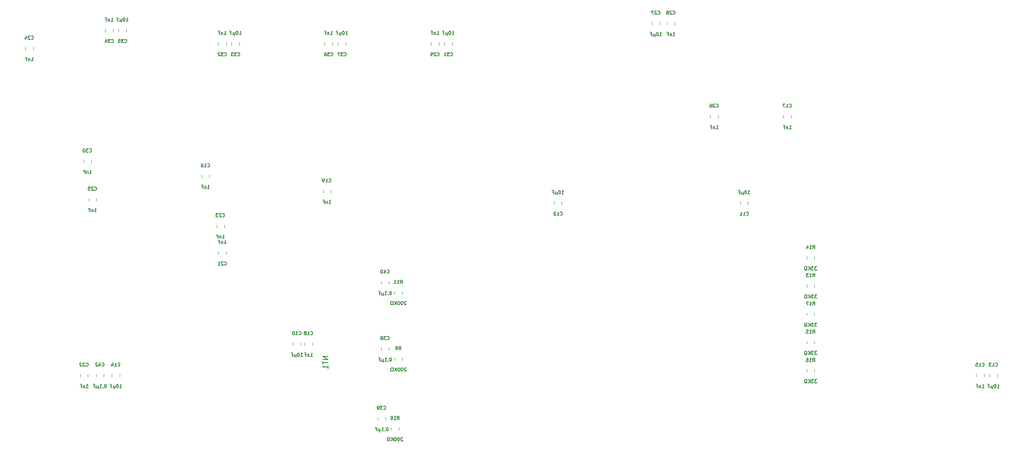
<source format=gbr>
%TF.GenerationSoftware,KiCad,Pcbnew,(6.0.5)*%
%TF.CreationDate,2022-08-17T10:53:36+02:00*%
%TF.ProjectId,Pico Debugger,5069636f-2044-4656-9275-676765722e6b,rev?*%
%TF.SameCoordinates,Original*%
%TF.FileFunction,Legend,Bot*%
%TF.FilePolarity,Positive*%
%FSLAX46Y46*%
G04 Gerber Fmt 4.6, Leading zero omitted, Abs format (unit mm)*
G04 Created by KiCad (PCBNEW (6.0.5)) date 2022-08-17 10:53:36*
%MOMM*%
%LPD*%
G01*
G04 APERTURE LIST*
%ADD10C,0.150000*%
%ADD11C,0.120000*%
G04 APERTURE END LIST*
D10*
%TO.C,R17*%
X197893214Y-128747761D02*
X198104880Y-128445380D01*
X198256071Y-128747761D02*
X198256071Y-128112761D01*
X198014166Y-128112761D01*
X197953690Y-128143000D01*
X197923452Y-128173238D01*
X197893214Y-128233714D01*
X197893214Y-128324428D01*
X197923452Y-128384904D01*
X197953690Y-128415142D01*
X198014166Y-128445380D01*
X198256071Y-128445380D01*
X197288452Y-128747761D02*
X197651309Y-128747761D01*
X197469880Y-128747761D02*
X197469880Y-128112761D01*
X197530357Y-128203476D01*
X197590833Y-128263952D01*
X197651309Y-128294190D01*
X197076785Y-128112761D02*
X196653452Y-128112761D01*
X196925595Y-128747761D01*
X198679404Y-132176761D02*
X198286309Y-132176761D01*
X198497976Y-132418666D01*
X198407261Y-132418666D01*
X198346785Y-132448904D01*
X198316547Y-132479142D01*
X198286309Y-132539619D01*
X198286309Y-132690809D01*
X198316547Y-132751285D01*
X198346785Y-132781523D01*
X198407261Y-132811761D01*
X198588690Y-132811761D01*
X198649166Y-132781523D01*
X198679404Y-132751285D01*
X198074642Y-132176761D02*
X197681547Y-132176761D01*
X197893214Y-132418666D01*
X197802500Y-132418666D01*
X197742023Y-132448904D01*
X197711785Y-132479142D01*
X197681547Y-132539619D01*
X197681547Y-132690809D01*
X197711785Y-132751285D01*
X197742023Y-132781523D01*
X197802500Y-132811761D01*
X197983928Y-132811761D01*
X198044404Y-132781523D01*
X198074642Y-132751285D01*
X197409404Y-132811761D02*
X197409404Y-132176761D01*
X197046547Y-132811761D02*
X197318690Y-132448904D01*
X197046547Y-132176761D02*
X197409404Y-132539619D01*
X196804642Y-132811761D02*
X196653452Y-132811761D01*
X196653452Y-132690809D01*
X196713928Y-132660571D01*
X196774404Y-132600095D01*
X196804642Y-132509380D01*
X196804642Y-132358190D01*
X196774404Y-132267476D01*
X196713928Y-132207000D01*
X196623214Y-132176761D01*
X196502261Y-132176761D01*
X196411547Y-132207000D01*
X196351071Y-132267476D01*
X196320833Y-132358190D01*
X196320833Y-132509380D01*
X196351071Y-132600095D01*
X196411547Y-132660571D01*
X196472023Y-132690809D01*
X196472023Y-132811761D01*
X196320833Y-132811761D01*
%TO.C,R16*%
X197893214Y-139542761D02*
X198104880Y-139240380D01*
X198256071Y-139542761D02*
X198256071Y-138907761D01*
X198014166Y-138907761D01*
X197953690Y-138938000D01*
X197923452Y-138968238D01*
X197893214Y-139028714D01*
X197893214Y-139119428D01*
X197923452Y-139179904D01*
X197953690Y-139210142D01*
X198014166Y-139240380D01*
X198256071Y-139240380D01*
X197288452Y-139542761D02*
X197651309Y-139542761D01*
X197469880Y-139542761D02*
X197469880Y-138907761D01*
X197530357Y-138998476D01*
X197590833Y-139058952D01*
X197651309Y-139089190D01*
X196744166Y-138907761D02*
X196865119Y-138907761D01*
X196925595Y-138938000D01*
X196955833Y-138968238D01*
X197016309Y-139058952D01*
X197046547Y-139179904D01*
X197046547Y-139421809D01*
X197016309Y-139482285D01*
X196986071Y-139512523D01*
X196925595Y-139542761D01*
X196804642Y-139542761D01*
X196744166Y-139512523D01*
X196713928Y-139482285D01*
X196683690Y-139421809D01*
X196683690Y-139270619D01*
X196713928Y-139210142D01*
X196744166Y-139179904D01*
X196804642Y-139149666D01*
X196925595Y-139149666D01*
X196986071Y-139179904D01*
X197016309Y-139210142D01*
X197046547Y-139270619D01*
X198679404Y-142971761D02*
X198286309Y-142971761D01*
X198497976Y-143213666D01*
X198407261Y-143213666D01*
X198346785Y-143243904D01*
X198316547Y-143274142D01*
X198286309Y-143334619D01*
X198286309Y-143485809D01*
X198316547Y-143546285D01*
X198346785Y-143576523D01*
X198407261Y-143606761D01*
X198588690Y-143606761D01*
X198649166Y-143576523D01*
X198679404Y-143546285D01*
X198074642Y-142971761D02*
X197681547Y-142971761D01*
X197893214Y-143213666D01*
X197802500Y-143213666D01*
X197742023Y-143243904D01*
X197711785Y-143274142D01*
X197681547Y-143334619D01*
X197681547Y-143485809D01*
X197711785Y-143546285D01*
X197742023Y-143576523D01*
X197802500Y-143606761D01*
X197983928Y-143606761D01*
X198044404Y-143576523D01*
X198074642Y-143546285D01*
X197409404Y-143606761D02*
X197409404Y-142971761D01*
X197046547Y-143606761D02*
X197318690Y-143243904D01*
X197046547Y-142971761D02*
X197409404Y-143334619D01*
X196804642Y-143606761D02*
X196653452Y-143606761D01*
X196653452Y-143485809D01*
X196713928Y-143455571D01*
X196774404Y-143395095D01*
X196804642Y-143304380D01*
X196804642Y-143153190D01*
X196774404Y-143062476D01*
X196713928Y-143002000D01*
X196623214Y-142971761D01*
X196502261Y-142971761D01*
X196411547Y-143002000D01*
X196351071Y-143062476D01*
X196320833Y-143153190D01*
X196320833Y-143304380D01*
X196351071Y-143395095D01*
X196411547Y-143455571D01*
X196472023Y-143485809D01*
X196472023Y-143606761D01*
X196320833Y-143606761D01*
%TO.C,R15*%
X197893214Y-134145261D02*
X198104880Y-133842880D01*
X198256071Y-134145261D02*
X198256071Y-133510261D01*
X198014166Y-133510261D01*
X197953690Y-133540500D01*
X197923452Y-133570738D01*
X197893214Y-133631214D01*
X197893214Y-133721928D01*
X197923452Y-133782404D01*
X197953690Y-133812642D01*
X198014166Y-133842880D01*
X198256071Y-133842880D01*
X197288452Y-134145261D02*
X197651309Y-134145261D01*
X197469880Y-134145261D02*
X197469880Y-133510261D01*
X197530357Y-133600976D01*
X197590833Y-133661452D01*
X197651309Y-133691690D01*
X196713928Y-133510261D02*
X197016309Y-133510261D01*
X197046547Y-133812642D01*
X197016309Y-133782404D01*
X196955833Y-133752166D01*
X196804642Y-133752166D01*
X196744166Y-133782404D01*
X196713928Y-133812642D01*
X196683690Y-133873119D01*
X196683690Y-134024309D01*
X196713928Y-134084785D01*
X196744166Y-134115023D01*
X196804642Y-134145261D01*
X196955833Y-134145261D01*
X197016309Y-134115023D01*
X197046547Y-134084785D01*
X198679404Y-137574261D02*
X198286309Y-137574261D01*
X198497976Y-137816166D01*
X198407261Y-137816166D01*
X198346785Y-137846404D01*
X198316547Y-137876642D01*
X198286309Y-137937119D01*
X198286309Y-138088309D01*
X198316547Y-138148785D01*
X198346785Y-138179023D01*
X198407261Y-138209261D01*
X198588690Y-138209261D01*
X198649166Y-138179023D01*
X198679404Y-138148785D01*
X198074642Y-137574261D02*
X197681547Y-137574261D01*
X197893214Y-137816166D01*
X197802500Y-137816166D01*
X197742023Y-137846404D01*
X197711785Y-137876642D01*
X197681547Y-137937119D01*
X197681547Y-138088309D01*
X197711785Y-138148785D01*
X197742023Y-138179023D01*
X197802500Y-138209261D01*
X197983928Y-138209261D01*
X198044404Y-138179023D01*
X198074642Y-138148785D01*
X197409404Y-138209261D02*
X197409404Y-137574261D01*
X197046547Y-138209261D02*
X197318690Y-137846404D01*
X197046547Y-137574261D02*
X197409404Y-137937119D01*
X196804642Y-138209261D02*
X196653452Y-138209261D01*
X196653452Y-138088309D01*
X196713928Y-138058071D01*
X196774404Y-137997595D01*
X196804642Y-137906880D01*
X196804642Y-137755690D01*
X196774404Y-137664976D01*
X196713928Y-137604500D01*
X196623214Y-137574261D01*
X196502261Y-137574261D01*
X196411547Y-137604500D01*
X196351071Y-137664976D01*
X196320833Y-137755690D01*
X196320833Y-137906880D01*
X196351071Y-137997595D01*
X196411547Y-138058071D01*
X196472023Y-138088309D01*
X196472023Y-138209261D01*
X196320833Y-138209261D01*
%TO.C,R14*%
X197893214Y-117952761D02*
X198104880Y-117650380D01*
X198256071Y-117952761D02*
X198256071Y-117317761D01*
X198014166Y-117317761D01*
X197953690Y-117348000D01*
X197923452Y-117378238D01*
X197893214Y-117438714D01*
X197893214Y-117529428D01*
X197923452Y-117589904D01*
X197953690Y-117620142D01*
X198014166Y-117650380D01*
X198256071Y-117650380D01*
X197288452Y-117952761D02*
X197651309Y-117952761D01*
X197469880Y-117952761D02*
X197469880Y-117317761D01*
X197530357Y-117408476D01*
X197590833Y-117468952D01*
X197651309Y-117499190D01*
X196744166Y-117529428D02*
X196744166Y-117952761D01*
X196895357Y-117287523D02*
X197046547Y-117741095D01*
X196653452Y-117741095D01*
X198679404Y-121381761D02*
X198286309Y-121381761D01*
X198497976Y-121623666D01*
X198407261Y-121623666D01*
X198346785Y-121653904D01*
X198316547Y-121684142D01*
X198286309Y-121744619D01*
X198286309Y-121895809D01*
X198316547Y-121956285D01*
X198346785Y-121986523D01*
X198407261Y-122016761D01*
X198588690Y-122016761D01*
X198649166Y-121986523D01*
X198679404Y-121956285D01*
X198074642Y-121381761D02*
X197681547Y-121381761D01*
X197893214Y-121623666D01*
X197802500Y-121623666D01*
X197742023Y-121653904D01*
X197711785Y-121684142D01*
X197681547Y-121744619D01*
X197681547Y-121895809D01*
X197711785Y-121956285D01*
X197742023Y-121986523D01*
X197802500Y-122016761D01*
X197983928Y-122016761D01*
X198044404Y-121986523D01*
X198074642Y-121956285D01*
X197409404Y-122016761D02*
X197409404Y-121381761D01*
X197046547Y-122016761D02*
X197318690Y-121653904D01*
X197046547Y-121381761D02*
X197409404Y-121744619D01*
X196804642Y-122016761D02*
X196653452Y-122016761D01*
X196653452Y-121895809D01*
X196713928Y-121865571D01*
X196774404Y-121805095D01*
X196804642Y-121714380D01*
X196804642Y-121563190D01*
X196774404Y-121472476D01*
X196713928Y-121412000D01*
X196623214Y-121381761D01*
X196502261Y-121381761D01*
X196411547Y-121412000D01*
X196351071Y-121472476D01*
X196320833Y-121563190D01*
X196320833Y-121714380D01*
X196351071Y-121805095D01*
X196411547Y-121865571D01*
X196472023Y-121895809D01*
X196472023Y-122016761D01*
X196320833Y-122016761D01*
%TO.C,R13*%
X197893214Y-123350261D02*
X198104880Y-123047880D01*
X198256071Y-123350261D02*
X198256071Y-122715261D01*
X198014166Y-122715261D01*
X197953690Y-122745500D01*
X197923452Y-122775738D01*
X197893214Y-122836214D01*
X197893214Y-122926928D01*
X197923452Y-122987404D01*
X197953690Y-123017642D01*
X198014166Y-123047880D01*
X198256071Y-123047880D01*
X197288452Y-123350261D02*
X197651309Y-123350261D01*
X197469880Y-123350261D02*
X197469880Y-122715261D01*
X197530357Y-122805976D01*
X197590833Y-122866452D01*
X197651309Y-122896690D01*
X197076785Y-122715261D02*
X196683690Y-122715261D01*
X196895357Y-122957166D01*
X196804642Y-122957166D01*
X196744166Y-122987404D01*
X196713928Y-123017642D01*
X196683690Y-123078119D01*
X196683690Y-123229309D01*
X196713928Y-123289785D01*
X196744166Y-123320023D01*
X196804642Y-123350261D01*
X196986071Y-123350261D01*
X197046547Y-123320023D01*
X197076785Y-123289785D01*
X198679404Y-126779261D02*
X198286309Y-126779261D01*
X198497976Y-127021166D01*
X198407261Y-127021166D01*
X198346785Y-127051404D01*
X198316547Y-127081642D01*
X198286309Y-127142119D01*
X198286309Y-127293309D01*
X198316547Y-127353785D01*
X198346785Y-127384023D01*
X198407261Y-127414261D01*
X198588690Y-127414261D01*
X198649166Y-127384023D01*
X198679404Y-127353785D01*
X198074642Y-126779261D02*
X197681547Y-126779261D01*
X197893214Y-127021166D01*
X197802500Y-127021166D01*
X197742023Y-127051404D01*
X197711785Y-127081642D01*
X197681547Y-127142119D01*
X197681547Y-127293309D01*
X197711785Y-127353785D01*
X197742023Y-127384023D01*
X197802500Y-127414261D01*
X197983928Y-127414261D01*
X198044404Y-127384023D01*
X198074642Y-127353785D01*
X197409404Y-127414261D02*
X197409404Y-126779261D01*
X197046547Y-127414261D02*
X197318690Y-127051404D01*
X197046547Y-126779261D02*
X197409404Y-127142119D01*
X196804642Y-127414261D02*
X196653452Y-127414261D01*
X196653452Y-127293309D01*
X196713928Y-127263071D01*
X196774404Y-127202595D01*
X196804642Y-127111880D01*
X196804642Y-126960690D01*
X196774404Y-126869976D01*
X196713928Y-126809500D01*
X196623214Y-126779261D01*
X196502261Y-126779261D01*
X196411547Y-126809500D01*
X196351071Y-126869976D01*
X196320833Y-126960690D01*
X196320833Y-127111880D01*
X196351071Y-127202595D01*
X196411547Y-127263071D01*
X196472023Y-127293309D01*
X196472023Y-127414261D01*
X196320833Y-127414261D01*
%TO.C,C12*%
X149660214Y-111521785D02*
X149690452Y-111552023D01*
X149781166Y-111582261D01*
X149841642Y-111582261D01*
X149932357Y-111552023D01*
X149992833Y-111491547D01*
X150023071Y-111431071D01*
X150053309Y-111310119D01*
X150053309Y-111219404D01*
X150023071Y-111098452D01*
X149992833Y-111037976D01*
X149932357Y-110977500D01*
X149841642Y-110947261D01*
X149781166Y-110947261D01*
X149690452Y-110977500D01*
X149660214Y-111007738D01*
X149055452Y-111582261D02*
X149418309Y-111582261D01*
X149236880Y-111582261D02*
X149236880Y-110947261D01*
X149297357Y-111037976D01*
X149357833Y-111098452D01*
X149418309Y-111128690D01*
X148813547Y-111007738D02*
X148783309Y-110977500D01*
X148722833Y-110947261D01*
X148571642Y-110947261D01*
X148511166Y-110977500D01*
X148480928Y-111007738D01*
X148450690Y-111068214D01*
X148450690Y-111128690D01*
X148480928Y-111219404D01*
X148843785Y-111582261D01*
X148450690Y-111582261D01*
X149950714Y-107475261D02*
X150313571Y-107475261D01*
X150132142Y-107475261D02*
X150132142Y-106840261D01*
X150192619Y-106930976D01*
X150253095Y-106991452D01*
X150313571Y-107021690D01*
X149557619Y-106840261D02*
X149497142Y-106840261D01*
X149436666Y-106870500D01*
X149406428Y-106900738D01*
X149376190Y-106961214D01*
X149345952Y-107082166D01*
X149345952Y-107233357D01*
X149376190Y-107354309D01*
X149406428Y-107414785D01*
X149436666Y-107445023D01*
X149497142Y-107475261D01*
X149557619Y-107475261D01*
X149618095Y-107445023D01*
X149648333Y-107414785D01*
X149678571Y-107354309D01*
X149708809Y-107233357D01*
X149708809Y-107082166D01*
X149678571Y-106961214D01*
X149648333Y-106900738D01*
X149618095Y-106870500D01*
X149557619Y-106840261D01*
X149073809Y-107051928D02*
X149073809Y-107686928D01*
X148771428Y-107384547D02*
X148741190Y-107445023D01*
X148680714Y-107475261D01*
X149073809Y-107384547D02*
X149043571Y-107445023D01*
X148983095Y-107475261D01*
X148862142Y-107475261D01*
X148801666Y-107445023D01*
X148771428Y-107384547D01*
X148771428Y-107051928D01*
X148196904Y-107142642D02*
X148408571Y-107142642D01*
X148408571Y-107475261D02*
X148408571Y-106840261D01*
X148106190Y-106840261D01*
%TO.C,C42*%
X62134964Y-140391785D02*
X62165202Y-140422023D01*
X62255916Y-140452261D01*
X62316392Y-140452261D01*
X62407107Y-140422023D01*
X62467583Y-140361547D01*
X62497821Y-140301071D01*
X62528059Y-140180119D01*
X62528059Y-140089404D01*
X62497821Y-139968452D01*
X62467583Y-139907976D01*
X62407107Y-139847500D01*
X62316392Y-139817261D01*
X62255916Y-139817261D01*
X62165202Y-139847500D01*
X62134964Y-139877738D01*
X61590678Y-140028928D02*
X61590678Y-140452261D01*
X61741869Y-139787023D02*
X61893059Y-140240595D01*
X61499964Y-140240595D01*
X61288297Y-139877738D02*
X61258059Y-139847500D01*
X61197583Y-139817261D01*
X61046392Y-139817261D01*
X60985916Y-139847500D01*
X60955678Y-139877738D01*
X60925440Y-139938214D01*
X60925440Y-139998690D01*
X60955678Y-140089404D01*
X61318535Y-140452261D01*
X60925440Y-140452261D01*
X62842321Y-143924261D02*
X62781845Y-143924261D01*
X62721369Y-143954500D01*
X62691130Y-143984738D01*
X62660892Y-144045214D01*
X62630654Y-144166166D01*
X62630654Y-144317357D01*
X62660892Y-144438309D01*
X62691130Y-144498785D01*
X62721369Y-144529023D01*
X62781845Y-144559261D01*
X62842321Y-144559261D01*
X62902797Y-144529023D01*
X62933035Y-144498785D01*
X62963273Y-144438309D01*
X62993511Y-144317357D01*
X62993511Y-144166166D01*
X62963273Y-144045214D01*
X62933035Y-143984738D01*
X62902797Y-143954500D01*
X62842321Y-143924261D01*
X62358511Y-144498785D02*
X62328273Y-144529023D01*
X62358511Y-144559261D01*
X62388750Y-144529023D01*
X62358511Y-144498785D01*
X62358511Y-144559261D01*
X61723511Y-144559261D02*
X62086369Y-144559261D01*
X61904940Y-144559261D02*
X61904940Y-143924261D01*
X61965416Y-144014976D01*
X62025892Y-144075452D01*
X62086369Y-144105690D01*
X61451369Y-144135928D02*
X61451369Y-144770928D01*
X61148988Y-144468547D02*
X61118750Y-144529023D01*
X61058273Y-144559261D01*
X61451369Y-144468547D02*
X61421130Y-144529023D01*
X61360654Y-144559261D01*
X61239702Y-144559261D01*
X61179226Y-144529023D01*
X61148988Y-144468547D01*
X61148988Y-144135928D01*
X60574464Y-144226642D02*
X60786130Y-144226642D01*
X60786130Y-144559261D02*
X60786130Y-143924261D01*
X60483750Y-143924261D01*
%TO.C,C39*%
X115951214Y-148646785D02*
X115981452Y-148677023D01*
X116072166Y-148707261D01*
X116132642Y-148707261D01*
X116223357Y-148677023D01*
X116283833Y-148616547D01*
X116314071Y-148556071D01*
X116344309Y-148435119D01*
X116344309Y-148344404D01*
X116314071Y-148223452D01*
X116283833Y-148162976D01*
X116223357Y-148102500D01*
X116132642Y-148072261D01*
X116072166Y-148072261D01*
X115981452Y-148102500D01*
X115951214Y-148132738D01*
X115739547Y-148072261D02*
X115346452Y-148072261D01*
X115558119Y-148314166D01*
X115467404Y-148314166D01*
X115406928Y-148344404D01*
X115376690Y-148374642D01*
X115346452Y-148435119D01*
X115346452Y-148586309D01*
X115376690Y-148646785D01*
X115406928Y-148677023D01*
X115467404Y-148707261D01*
X115648833Y-148707261D01*
X115709309Y-148677023D01*
X115739547Y-148646785D01*
X115044071Y-148707261D02*
X114923119Y-148707261D01*
X114862642Y-148677023D01*
X114832404Y-148646785D01*
X114771928Y-148556071D01*
X114741690Y-148435119D01*
X114741690Y-148193214D01*
X114771928Y-148132738D01*
X114802166Y-148102500D01*
X114862642Y-148072261D01*
X114983595Y-148072261D01*
X115044071Y-148102500D01*
X115074309Y-148132738D01*
X115104547Y-148193214D01*
X115104547Y-148344404D01*
X115074309Y-148404880D01*
X115044071Y-148435119D01*
X114983595Y-148465357D01*
X114862642Y-148465357D01*
X114802166Y-148435119D01*
X114771928Y-148404880D01*
X114741690Y-148344404D01*
X116658571Y-152179261D02*
X116598095Y-152179261D01*
X116537619Y-152209500D01*
X116507380Y-152239738D01*
X116477142Y-152300214D01*
X116446904Y-152421166D01*
X116446904Y-152572357D01*
X116477142Y-152693309D01*
X116507380Y-152753785D01*
X116537619Y-152784023D01*
X116598095Y-152814261D01*
X116658571Y-152814261D01*
X116719047Y-152784023D01*
X116749285Y-152753785D01*
X116779523Y-152693309D01*
X116809761Y-152572357D01*
X116809761Y-152421166D01*
X116779523Y-152300214D01*
X116749285Y-152239738D01*
X116719047Y-152209500D01*
X116658571Y-152179261D01*
X116174761Y-152753785D02*
X116144523Y-152784023D01*
X116174761Y-152814261D01*
X116205000Y-152784023D01*
X116174761Y-152753785D01*
X116174761Y-152814261D01*
X115539761Y-152814261D02*
X115902619Y-152814261D01*
X115721190Y-152814261D02*
X115721190Y-152179261D01*
X115781666Y-152269976D01*
X115842142Y-152330452D01*
X115902619Y-152360690D01*
X115267619Y-152390928D02*
X115267619Y-153025928D01*
X114965238Y-152723547D02*
X114935000Y-152784023D01*
X114874523Y-152814261D01*
X115267619Y-152723547D02*
X115237380Y-152784023D01*
X115176904Y-152814261D01*
X115055952Y-152814261D01*
X114995476Y-152784023D01*
X114965238Y-152723547D01*
X114965238Y-152390928D01*
X114390714Y-152481642D02*
X114602380Y-152481642D01*
X114602380Y-152814261D02*
X114602380Y-152179261D01*
X114300000Y-152179261D01*
%TO.C,C31*%
X128705214Y-81041785D02*
X128735452Y-81072023D01*
X128826166Y-81102261D01*
X128886642Y-81102261D01*
X128977357Y-81072023D01*
X129037833Y-81011547D01*
X129068071Y-80951071D01*
X129098309Y-80830119D01*
X129098309Y-80739404D01*
X129068071Y-80618452D01*
X129037833Y-80557976D01*
X128977357Y-80497500D01*
X128886642Y-80467261D01*
X128826166Y-80467261D01*
X128735452Y-80497500D01*
X128705214Y-80527738D01*
X128493547Y-80467261D02*
X128100452Y-80467261D01*
X128312119Y-80709166D01*
X128221404Y-80709166D01*
X128160928Y-80739404D01*
X128130690Y-80769642D01*
X128100452Y-80830119D01*
X128100452Y-80981309D01*
X128130690Y-81041785D01*
X128160928Y-81072023D01*
X128221404Y-81102261D01*
X128402833Y-81102261D01*
X128463309Y-81072023D01*
X128493547Y-81041785D01*
X127495690Y-81102261D02*
X127858547Y-81102261D01*
X127677119Y-81102261D02*
X127677119Y-80467261D01*
X127737595Y-80557976D01*
X127798071Y-80618452D01*
X127858547Y-80648690D01*
X128995714Y-76995261D02*
X129358571Y-76995261D01*
X129177142Y-76995261D02*
X129177142Y-76360261D01*
X129237619Y-76450976D01*
X129298095Y-76511452D01*
X129358571Y-76541690D01*
X128602619Y-76360261D02*
X128542142Y-76360261D01*
X128481666Y-76390500D01*
X128451428Y-76420738D01*
X128421190Y-76481214D01*
X128390952Y-76602166D01*
X128390952Y-76753357D01*
X128421190Y-76874309D01*
X128451428Y-76934785D01*
X128481666Y-76965023D01*
X128542142Y-76995261D01*
X128602619Y-76995261D01*
X128663095Y-76965023D01*
X128693333Y-76934785D01*
X128723571Y-76874309D01*
X128753809Y-76753357D01*
X128753809Y-76602166D01*
X128723571Y-76481214D01*
X128693333Y-76420738D01*
X128663095Y-76390500D01*
X128602619Y-76360261D01*
X128118809Y-76571928D02*
X128118809Y-77206928D01*
X127816428Y-76904547D02*
X127786190Y-76965023D01*
X127725714Y-76995261D01*
X128118809Y-76904547D02*
X128088571Y-76965023D01*
X128028095Y-76995261D01*
X127907142Y-76995261D01*
X127846666Y-76965023D01*
X127816428Y-76904547D01*
X127816428Y-76571928D01*
X127241904Y-76662642D02*
X127453571Y-76662642D01*
X127453571Y-76995261D02*
X127453571Y-76360261D01*
X127151190Y-76360261D01*
%TO.C,C16*%
X82296214Y-102291785D02*
X82326452Y-102322023D01*
X82417166Y-102352261D01*
X82477642Y-102352261D01*
X82568357Y-102322023D01*
X82628833Y-102261547D01*
X82659071Y-102201071D01*
X82689309Y-102080119D01*
X82689309Y-101989404D01*
X82659071Y-101868452D01*
X82628833Y-101807976D01*
X82568357Y-101747500D01*
X82477642Y-101717261D01*
X82417166Y-101717261D01*
X82326452Y-101747500D01*
X82296214Y-101777738D01*
X81691452Y-102352261D02*
X82054309Y-102352261D01*
X81872880Y-102352261D02*
X81872880Y-101717261D01*
X81933357Y-101807976D01*
X81993833Y-101868452D01*
X82054309Y-101898690D01*
X81147166Y-101717261D02*
X81268119Y-101717261D01*
X81328595Y-101747500D01*
X81358833Y-101777738D01*
X81419309Y-101868452D01*
X81449547Y-101989404D01*
X81449547Y-102231309D01*
X81419309Y-102291785D01*
X81389071Y-102322023D01*
X81328595Y-102352261D01*
X81207642Y-102352261D01*
X81147166Y-102322023D01*
X81116928Y-102291785D01*
X81086690Y-102231309D01*
X81086690Y-102080119D01*
X81116928Y-102019642D01*
X81147166Y-101989404D01*
X81207642Y-101959166D01*
X81328595Y-101959166D01*
X81389071Y-101989404D01*
X81419309Y-102019642D01*
X81449547Y-102080119D01*
X82292976Y-106459261D02*
X82655833Y-106459261D01*
X82474404Y-106459261D02*
X82474404Y-105824261D01*
X82534880Y-105914976D01*
X82595357Y-105975452D01*
X82655833Y-106005690D01*
X82020833Y-106035928D02*
X82020833Y-106459261D01*
X82020833Y-106096404D02*
X81990595Y-106066166D01*
X81930119Y-106035928D01*
X81839404Y-106035928D01*
X81778928Y-106066166D01*
X81748690Y-106126642D01*
X81748690Y-106459261D01*
X81234642Y-106126642D02*
X81446309Y-106126642D01*
X81446309Y-106459261D02*
X81446309Y-105824261D01*
X81143928Y-105824261D01*
%TO.C,C10*%
X99758714Y-134372785D02*
X99788952Y-134403023D01*
X99879666Y-134433261D01*
X99940142Y-134433261D01*
X100030857Y-134403023D01*
X100091333Y-134342547D01*
X100121571Y-134282071D01*
X100151809Y-134161119D01*
X100151809Y-134070404D01*
X100121571Y-133949452D01*
X100091333Y-133888976D01*
X100030857Y-133828500D01*
X99940142Y-133798261D01*
X99879666Y-133798261D01*
X99788952Y-133828500D01*
X99758714Y-133858738D01*
X99153952Y-134433261D02*
X99516809Y-134433261D01*
X99335380Y-134433261D02*
X99335380Y-133798261D01*
X99395857Y-133888976D01*
X99456333Y-133949452D01*
X99516809Y-133979690D01*
X98760857Y-133798261D02*
X98700380Y-133798261D01*
X98639904Y-133828500D01*
X98609666Y-133858738D01*
X98579428Y-133919214D01*
X98549190Y-134040166D01*
X98549190Y-134191357D01*
X98579428Y-134312309D01*
X98609666Y-134372785D01*
X98639904Y-134403023D01*
X98700380Y-134433261D01*
X98760857Y-134433261D01*
X98821333Y-134403023D01*
X98851571Y-134372785D01*
X98881809Y-134312309D01*
X98912047Y-134191357D01*
X98912047Y-134040166D01*
X98881809Y-133919214D01*
X98851571Y-133858738D01*
X98821333Y-133828500D01*
X98760857Y-133798261D01*
X100103214Y-138540261D02*
X100466071Y-138540261D01*
X100284642Y-138540261D02*
X100284642Y-137905261D01*
X100345119Y-137995976D01*
X100405595Y-138056452D01*
X100466071Y-138086690D01*
X99710119Y-137905261D02*
X99649642Y-137905261D01*
X99589166Y-137935500D01*
X99558928Y-137965738D01*
X99528690Y-138026214D01*
X99498452Y-138147166D01*
X99498452Y-138298357D01*
X99528690Y-138419309D01*
X99558928Y-138479785D01*
X99589166Y-138510023D01*
X99649642Y-138540261D01*
X99710119Y-138540261D01*
X99770595Y-138510023D01*
X99800833Y-138479785D01*
X99831071Y-138419309D01*
X99861309Y-138298357D01*
X99861309Y-138147166D01*
X99831071Y-138026214D01*
X99800833Y-137965738D01*
X99770595Y-137935500D01*
X99710119Y-137905261D01*
X99226309Y-138116928D02*
X99226309Y-138751928D01*
X98923928Y-138449547D02*
X98893690Y-138510023D01*
X98833214Y-138540261D01*
X99226309Y-138449547D02*
X99196071Y-138510023D01*
X99135595Y-138540261D01*
X99014642Y-138540261D01*
X98954166Y-138510023D01*
X98923928Y-138449547D01*
X98923928Y-138116928D01*
X98349404Y-138207642D02*
X98561071Y-138207642D01*
X98561071Y-138540261D02*
X98561071Y-137905261D01*
X98258690Y-137905261D01*
%TO.C,NT1*%
X105297380Y-138557142D02*
X104297380Y-138557142D01*
X105297380Y-139128571D01*
X104297380Y-139128571D01*
X104297380Y-139461904D02*
X104297380Y-140033333D01*
X105297380Y-139747619D02*
X104297380Y-139747619D01*
X105297380Y-140890476D02*
X105297380Y-140319047D01*
X105297380Y-140604761D02*
X104297380Y-140604761D01*
X104440238Y-140509523D01*
X104535476Y-140414285D01*
X104583095Y-140319047D01*
%TO.C,C15*%
X230251214Y-140391785D02*
X230281452Y-140422023D01*
X230372166Y-140452261D01*
X230432642Y-140452261D01*
X230523357Y-140422023D01*
X230583833Y-140361547D01*
X230614071Y-140301071D01*
X230644309Y-140180119D01*
X230644309Y-140089404D01*
X230614071Y-139968452D01*
X230583833Y-139907976D01*
X230523357Y-139847500D01*
X230432642Y-139817261D01*
X230372166Y-139817261D01*
X230281452Y-139847500D01*
X230251214Y-139877738D01*
X229646452Y-140452261D02*
X230009309Y-140452261D01*
X229827880Y-140452261D02*
X229827880Y-139817261D01*
X229888357Y-139907976D01*
X229948833Y-139968452D01*
X230009309Y-139998690D01*
X229071928Y-139817261D02*
X229374309Y-139817261D01*
X229404547Y-140119642D01*
X229374309Y-140089404D01*
X229313833Y-140059166D01*
X229162642Y-140059166D01*
X229102166Y-140089404D01*
X229071928Y-140119642D01*
X229041690Y-140180119D01*
X229041690Y-140331309D01*
X229071928Y-140391785D01*
X229102166Y-140422023D01*
X229162642Y-140452261D01*
X229313833Y-140452261D01*
X229374309Y-140422023D01*
X229404547Y-140391785D01*
X230247976Y-144559261D02*
X230610833Y-144559261D01*
X230429404Y-144559261D02*
X230429404Y-143924261D01*
X230489880Y-144014976D01*
X230550357Y-144075452D01*
X230610833Y-144105690D01*
X229975833Y-144135928D02*
X229975833Y-144559261D01*
X229975833Y-144196404D02*
X229945595Y-144166166D01*
X229885119Y-144135928D01*
X229794404Y-144135928D01*
X229733928Y-144166166D01*
X229703690Y-144226642D01*
X229703690Y-144559261D01*
X229189642Y-144226642D02*
X229401309Y-144226642D01*
X229401309Y-144559261D02*
X229401309Y-143924261D01*
X229098928Y-143924261D01*
%TO.C,R9*%
X118850833Y-137320261D02*
X119062500Y-137017880D01*
X119213690Y-137320261D02*
X119213690Y-136685261D01*
X118971785Y-136685261D01*
X118911309Y-136715500D01*
X118881071Y-136745738D01*
X118850833Y-136806214D01*
X118850833Y-136896928D01*
X118881071Y-136957404D01*
X118911309Y-136987642D01*
X118971785Y-137017880D01*
X119213690Y-137017880D01*
X118548452Y-137320261D02*
X118427500Y-137320261D01*
X118367023Y-137290023D01*
X118336785Y-137259785D01*
X118276309Y-137169071D01*
X118246071Y-137048119D01*
X118246071Y-136806214D01*
X118276309Y-136745738D01*
X118306547Y-136715500D01*
X118367023Y-136685261D01*
X118487976Y-136685261D01*
X118548452Y-136715500D01*
X118578690Y-136745738D01*
X118608928Y-136806214D01*
X118608928Y-136957404D01*
X118578690Y-137017880D01*
X118548452Y-137048119D01*
X118487976Y-137078357D01*
X118367023Y-137078357D01*
X118306547Y-137048119D01*
X118276309Y-137017880D01*
X118246071Y-136957404D01*
X120211547Y-140809738D02*
X120181309Y-140779500D01*
X120120833Y-140749261D01*
X119969642Y-140749261D01*
X119909166Y-140779500D01*
X119878928Y-140809738D01*
X119848690Y-140870214D01*
X119848690Y-140930690D01*
X119878928Y-141021404D01*
X120241785Y-141384261D01*
X119848690Y-141384261D01*
X119455595Y-140749261D02*
X119395119Y-140749261D01*
X119334642Y-140779500D01*
X119304404Y-140809738D01*
X119274166Y-140870214D01*
X119243928Y-140991166D01*
X119243928Y-141142357D01*
X119274166Y-141263309D01*
X119304404Y-141323785D01*
X119334642Y-141354023D01*
X119395119Y-141384261D01*
X119455595Y-141384261D01*
X119516071Y-141354023D01*
X119546309Y-141323785D01*
X119576547Y-141263309D01*
X119606785Y-141142357D01*
X119606785Y-140991166D01*
X119576547Y-140870214D01*
X119546309Y-140809738D01*
X119516071Y-140779500D01*
X119455595Y-140749261D01*
X118850833Y-140749261D02*
X118790357Y-140749261D01*
X118729880Y-140779500D01*
X118699642Y-140809738D01*
X118669404Y-140870214D01*
X118639166Y-140991166D01*
X118639166Y-141142357D01*
X118669404Y-141263309D01*
X118699642Y-141323785D01*
X118729880Y-141354023D01*
X118790357Y-141384261D01*
X118850833Y-141384261D01*
X118911309Y-141354023D01*
X118941547Y-141323785D01*
X118971785Y-141263309D01*
X119002023Y-141142357D01*
X119002023Y-140991166D01*
X118971785Y-140870214D01*
X118941547Y-140809738D01*
X118911309Y-140779500D01*
X118850833Y-140749261D01*
X118367023Y-141384261D02*
X118367023Y-140749261D01*
X118004166Y-141384261D02*
X118276309Y-141021404D01*
X118004166Y-140749261D02*
X118367023Y-141112119D01*
X117762261Y-141384261D02*
X117611071Y-141384261D01*
X117611071Y-141263309D01*
X117671547Y-141233071D01*
X117732023Y-141172595D01*
X117762261Y-141081880D01*
X117762261Y-140930690D01*
X117732023Y-140839976D01*
X117671547Y-140779500D01*
X117580833Y-140749261D01*
X117459880Y-140749261D01*
X117369166Y-140779500D01*
X117308690Y-140839976D01*
X117278452Y-140930690D01*
X117278452Y-141081880D01*
X117308690Y-141172595D01*
X117369166Y-141233071D01*
X117429642Y-141263309D01*
X117429642Y-141384261D01*
X117278452Y-141384261D01*
%TO.C,C37*%
X108385214Y-81041785D02*
X108415452Y-81072023D01*
X108506166Y-81102261D01*
X108566642Y-81102261D01*
X108657357Y-81072023D01*
X108717833Y-81011547D01*
X108748071Y-80951071D01*
X108778309Y-80830119D01*
X108778309Y-80739404D01*
X108748071Y-80618452D01*
X108717833Y-80557976D01*
X108657357Y-80497500D01*
X108566642Y-80467261D01*
X108506166Y-80467261D01*
X108415452Y-80497500D01*
X108385214Y-80527738D01*
X108173547Y-80467261D02*
X107780452Y-80467261D01*
X107992119Y-80709166D01*
X107901404Y-80709166D01*
X107840928Y-80739404D01*
X107810690Y-80769642D01*
X107780452Y-80830119D01*
X107780452Y-80981309D01*
X107810690Y-81041785D01*
X107840928Y-81072023D01*
X107901404Y-81102261D01*
X108082833Y-81102261D01*
X108143309Y-81072023D01*
X108173547Y-81041785D01*
X107568785Y-80467261D02*
X107145452Y-80467261D01*
X107417595Y-81102261D01*
X108675714Y-76995261D02*
X109038571Y-76995261D01*
X108857142Y-76995261D02*
X108857142Y-76360261D01*
X108917619Y-76450976D01*
X108978095Y-76511452D01*
X109038571Y-76541690D01*
X108282619Y-76360261D02*
X108222142Y-76360261D01*
X108161666Y-76390500D01*
X108131428Y-76420738D01*
X108101190Y-76481214D01*
X108070952Y-76602166D01*
X108070952Y-76753357D01*
X108101190Y-76874309D01*
X108131428Y-76934785D01*
X108161666Y-76965023D01*
X108222142Y-76995261D01*
X108282619Y-76995261D01*
X108343095Y-76965023D01*
X108373333Y-76934785D01*
X108403571Y-76874309D01*
X108433809Y-76753357D01*
X108433809Y-76602166D01*
X108403571Y-76481214D01*
X108373333Y-76420738D01*
X108343095Y-76390500D01*
X108282619Y-76360261D01*
X107798809Y-76571928D02*
X107798809Y-77206928D01*
X107496428Y-76904547D02*
X107466190Y-76965023D01*
X107405714Y-76995261D01*
X107798809Y-76904547D02*
X107768571Y-76965023D01*
X107708095Y-76995261D01*
X107587142Y-76995261D01*
X107526666Y-76965023D01*
X107496428Y-76904547D01*
X107496428Y-76571928D01*
X106921904Y-76662642D02*
X107133571Y-76662642D01*
X107133571Y-76995261D02*
X107133571Y-76360261D01*
X106831190Y-76360261D01*
%TO.C,C29*%
X126165214Y-81041785D02*
X126195452Y-81072023D01*
X126286166Y-81102261D01*
X126346642Y-81102261D01*
X126437357Y-81072023D01*
X126497833Y-81011547D01*
X126528071Y-80951071D01*
X126558309Y-80830119D01*
X126558309Y-80739404D01*
X126528071Y-80618452D01*
X126497833Y-80557976D01*
X126437357Y-80497500D01*
X126346642Y-80467261D01*
X126286166Y-80467261D01*
X126195452Y-80497500D01*
X126165214Y-80527738D01*
X125923309Y-80527738D02*
X125893071Y-80497500D01*
X125832595Y-80467261D01*
X125681404Y-80467261D01*
X125620928Y-80497500D01*
X125590690Y-80527738D01*
X125560452Y-80588214D01*
X125560452Y-80648690D01*
X125590690Y-80739404D01*
X125953547Y-81102261D01*
X125560452Y-81102261D01*
X125258071Y-81102261D02*
X125137119Y-81102261D01*
X125076642Y-81072023D01*
X125046404Y-81041785D01*
X124985928Y-80951071D01*
X124955690Y-80830119D01*
X124955690Y-80588214D01*
X124985928Y-80527738D01*
X125016166Y-80497500D01*
X125076642Y-80467261D01*
X125197595Y-80467261D01*
X125258071Y-80497500D01*
X125288309Y-80527738D01*
X125318547Y-80588214D01*
X125318547Y-80739404D01*
X125288309Y-80799880D01*
X125258071Y-80830119D01*
X125197595Y-80860357D01*
X125076642Y-80860357D01*
X125016166Y-80830119D01*
X124985928Y-80799880D01*
X124955690Y-80739404D01*
X126107976Y-76995261D02*
X126470833Y-76995261D01*
X126289404Y-76995261D02*
X126289404Y-76360261D01*
X126349880Y-76450976D01*
X126410357Y-76511452D01*
X126470833Y-76541690D01*
X125835833Y-76571928D02*
X125835833Y-76995261D01*
X125835833Y-76632404D02*
X125805595Y-76602166D01*
X125745119Y-76571928D01*
X125654404Y-76571928D01*
X125593928Y-76602166D01*
X125563690Y-76662642D01*
X125563690Y-76995261D01*
X125049642Y-76662642D02*
X125261309Y-76662642D01*
X125261309Y-76995261D02*
X125261309Y-76360261D01*
X124958928Y-76360261D01*
%TO.C,C14*%
X65151214Y-140391785D02*
X65181452Y-140422023D01*
X65272166Y-140452261D01*
X65332642Y-140452261D01*
X65423357Y-140422023D01*
X65483833Y-140361547D01*
X65514071Y-140301071D01*
X65544309Y-140180119D01*
X65544309Y-140089404D01*
X65514071Y-139968452D01*
X65483833Y-139907976D01*
X65423357Y-139847500D01*
X65332642Y-139817261D01*
X65272166Y-139817261D01*
X65181452Y-139847500D01*
X65151214Y-139877738D01*
X64546452Y-140452261D02*
X64909309Y-140452261D01*
X64727880Y-140452261D02*
X64727880Y-139817261D01*
X64788357Y-139907976D01*
X64848833Y-139968452D01*
X64909309Y-139998690D01*
X64002166Y-140028928D02*
X64002166Y-140452261D01*
X64153357Y-139787023D02*
X64304547Y-140240595D01*
X63911452Y-140240595D01*
X65495714Y-144559261D02*
X65858571Y-144559261D01*
X65677142Y-144559261D02*
X65677142Y-143924261D01*
X65737619Y-144014976D01*
X65798095Y-144075452D01*
X65858571Y-144105690D01*
X65102619Y-143924261D02*
X65042142Y-143924261D01*
X64981666Y-143954500D01*
X64951428Y-143984738D01*
X64921190Y-144045214D01*
X64890952Y-144166166D01*
X64890952Y-144317357D01*
X64921190Y-144438309D01*
X64951428Y-144498785D01*
X64981666Y-144529023D01*
X65042142Y-144559261D01*
X65102619Y-144559261D01*
X65163095Y-144529023D01*
X65193333Y-144498785D01*
X65223571Y-144438309D01*
X65253809Y-144317357D01*
X65253809Y-144166166D01*
X65223571Y-144045214D01*
X65193333Y-143984738D01*
X65163095Y-143954500D01*
X65102619Y-143924261D01*
X64618809Y-144135928D02*
X64618809Y-144770928D01*
X64316428Y-144468547D02*
X64286190Y-144529023D01*
X64225714Y-144559261D01*
X64618809Y-144468547D02*
X64588571Y-144529023D01*
X64528095Y-144559261D01*
X64407142Y-144559261D01*
X64346666Y-144529023D01*
X64316428Y-144468547D01*
X64316428Y-144135928D01*
X63741904Y-144226642D02*
X63953571Y-144226642D01*
X63953571Y-144559261D02*
X63953571Y-143924261D01*
X63651190Y-143924261D01*
%TO.C,C22*%
X59118714Y-140391785D02*
X59148952Y-140422023D01*
X59239666Y-140452261D01*
X59300142Y-140452261D01*
X59390857Y-140422023D01*
X59451333Y-140361547D01*
X59481571Y-140301071D01*
X59511809Y-140180119D01*
X59511809Y-140089404D01*
X59481571Y-139968452D01*
X59451333Y-139907976D01*
X59390857Y-139847500D01*
X59300142Y-139817261D01*
X59239666Y-139817261D01*
X59148952Y-139847500D01*
X59118714Y-139877738D01*
X58876809Y-139877738D02*
X58846571Y-139847500D01*
X58786095Y-139817261D01*
X58634904Y-139817261D01*
X58574428Y-139847500D01*
X58544190Y-139877738D01*
X58513952Y-139938214D01*
X58513952Y-139998690D01*
X58544190Y-140089404D01*
X58907047Y-140452261D01*
X58513952Y-140452261D01*
X58272047Y-139877738D02*
X58241809Y-139847500D01*
X58181333Y-139817261D01*
X58030142Y-139817261D01*
X57969666Y-139847500D01*
X57939428Y-139877738D01*
X57909190Y-139938214D01*
X57909190Y-139998690D01*
X57939428Y-140089404D01*
X58302285Y-140452261D01*
X57909190Y-140452261D01*
X59115476Y-144559261D02*
X59478333Y-144559261D01*
X59296904Y-144559261D02*
X59296904Y-143924261D01*
X59357380Y-144014976D01*
X59417857Y-144075452D01*
X59478333Y-144105690D01*
X58843333Y-144135928D02*
X58843333Y-144559261D01*
X58843333Y-144196404D02*
X58813095Y-144166166D01*
X58752619Y-144135928D01*
X58661904Y-144135928D01*
X58601428Y-144166166D01*
X58571190Y-144226642D01*
X58571190Y-144559261D01*
X58057142Y-144226642D02*
X58268809Y-144226642D01*
X58268809Y-144559261D02*
X58268809Y-143924261D01*
X57966428Y-143924261D01*
%TO.C,C19*%
X105473714Y-105149285D02*
X105503952Y-105179523D01*
X105594666Y-105209761D01*
X105655142Y-105209761D01*
X105745857Y-105179523D01*
X105806333Y-105119047D01*
X105836571Y-105058571D01*
X105866809Y-104937619D01*
X105866809Y-104846904D01*
X105836571Y-104725952D01*
X105806333Y-104665476D01*
X105745857Y-104605000D01*
X105655142Y-104574761D01*
X105594666Y-104574761D01*
X105503952Y-104605000D01*
X105473714Y-104635238D01*
X104868952Y-105209761D02*
X105231809Y-105209761D01*
X105050380Y-105209761D02*
X105050380Y-104574761D01*
X105110857Y-104665476D01*
X105171333Y-104725952D01*
X105231809Y-104756190D01*
X104566571Y-105209761D02*
X104445619Y-105209761D01*
X104385142Y-105179523D01*
X104354904Y-105149285D01*
X104294428Y-105058571D01*
X104264190Y-104937619D01*
X104264190Y-104695714D01*
X104294428Y-104635238D01*
X104324666Y-104605000D01*
X104385142Y-104574761D01*
X104506095Y-104574761D01*
X104566571Y-104605000D01*
X104596809Y-104635238D01*
X104627047Y-104695714D01*
X104627047Y-104846904D01*
X104596809Y-104907380D01*
X104566571Y-104937619D01*
X104506095Y-104967857D01*
X104385142Y-104967857D01*
X104324666Y-104937619D01*
X104294428Y-104907380D01*
X104264190Y-104846904D01*
X105470476Y-109316761D02*
X105833333Y-109316761D01*
X105651904Y-109316761D02*
X105651904Y-108681761D01*
X105712380Y-108772476D01*
X105772857Y-108832952D01*
X105833333Y-108863190D01*
X105198333Y-108893428D02*
X105198333Y-109316761D01*
X105198333Y-108953904D02*
X105168095Y-108923666D01*
X105107619Y-108893428D01*
X105016904Y-108893428D01*
X104956428Y-108923666D01*
X104926190Y-108984142D01*
X104926190Y-109316761D01*
X104412142Y-108984142D02*
X104623809Y-108984142D01*
X104623809Y-109316761D02*
X104623809Y-108681761D01*
X104321428Y-108681761D01*
%TO.C,C27*%
X168326214Y-73081785D02*
X168356452Y-73112023D01*
X168447166Y-73142261D01*
X168507642Y-73142261D01*
X168598357Y-73112023D01*
X168658833Y-73051547D01*
X168689071Y-72991071D01*
X168719309Y-72870119D01*
X168719309Y-72779404D01*
X168689071Y-72658452D01*
X168658833Y-72597976D01*
X168598357Y-72537500D01*
X168507642Y-72507261D01*
X168447166Y-72507261D01*
X168356452Y-72537500D01*
X168326214Y-72567738D01*
X168084309Y-72567738D02*
X168054071Y-72537500D01*
X167993595Y-72507261D01*
X167842404Y-72507261D01*
X167781928Y-72537500D01*
X167751690Y-72567738D01*
X167721452Y-72628214D01*
X167721452Y-72688690D01*
X167751690Y-72779404D01*
X168114547Y-73142261D01*
X167721452Y-73142261D01*
X167509785Y-72507261D02*
X167086452Y-72507261D01*
X167358595Y-73142261D01*
X168670714Y-77249261D02*
X169033571Y-77249261D01*
X168852142Y-77249261D02*
X168852142Y-76614261D01*
X168912619Y-76704976D01*
X168973095Y-76765452D01*
X169033571Y-76795690D01*
X168277619Y-76614261D02*
X168217142Y-76614261D01*
X168156666Y-76644500D01*
X168126428Y-76674738D01*
X168096190Y-76735214D01*
X168065952Y-76856166D01*
X168065952Y-77007357D01*
X168096190Y-77128309D01*
X168126428Y-77188785D01*
X168156666Y-77219023D01*
X168217142Y-77249261D01*
X168277619Y-77249261D01*
X168338095Y-77219023D01*
X168368333Y-77188785D01*
X168398571Y-77128309D01*
X168428809Y-77007357D01*
X168428809Y-76856166D01*
X168398571Y-76735214D01*
X168368333Y-76674738D01*
X168338095Y-76644500D01*
X168277619Y-76614261D01*
X167793809Y-76825928D02*
X167793809Y-77460928D01*
X167491428Y-77158547D02*
X167461190Y-77219023D01*
X167400714Y-77249261D01*
X167793809Y-77158547D02*
X167763571Y-77219023D01*
X167703095Y-77249261D01*
X167582142Y-77249261D01*
X167521666Y-77219023D01*
X167491428Y-77158547D01*
X167491428Y-76825928D01*
X166916904Y-76916642D02*
X167128571Y-76916642D01*
X167128571Y-77249261D02*
X167128571Y-76614261D01*
X166826190Y-76614261D01*
%TO.C,C11*%
X185220214Y-111521785D02*
X185250452Y-111552023D01*
X185341166Y-111582261D01*
X185401642Y-111582261D01*
X185492357Y-111552023D01*
X185552833Y-111491547D01*
X185583071Y-111431071D01*
X185613309Y-111310119D01*
X185613309Y-111219404D01*
X185583071Y-111098452D01*
X185552833Y-111037976D01*
X185492357Y-110977500D01*
X185401642Y-110947261D01*
X185341166Y-110947261D01*
X185250452Y-110977500D01*
X185220214Y-111007738D01*
X184615452Y-111582261D02*
X184978309Y-111582261D01*
X184796880Y-111582261D02*
X184796880Y-110947261D01*
X184857357Y-111037976D01*
X184917833Y-111098452D01*
X184978309Y-111128690D01*
X184010690Y-111582261D02*
X184373547Y-111582261D01*
X184192119Y-111582261D02*
X184192119Y-110947261D01*
X184252595Y-111037976D01*
X184313071Y-111098452D01*
X184373547Y-111128690D01*
X185510714Y-107475261D02*
X185873571Y-107475261D01*
X185692142Y-107475261D02*
X185692142Y-106840261D01*
X185752619Y-106930976D01*
X185813095Y-106991452D01*
X185873571Y-107021690D01*
X185117619Y-106840261D02*
X185057142Y-106840261D01*
X184996666Y-106870500D01*
X184966428Y-106900738D01*
X184936190Y-106961214D01*
X184905952Y-107082166D01*
X184905952Y-107233357D01*
X184936190Y-107354309D01*
X184966428Y-107414785D01*
X184996666Y-107445023D01*
X185057142Y-107475261D01*
X185117619Y-107475261D01*
X185178095Y-107445023D01*
X185208333Y-107414785D01*
X185238571Y-107354309D01*
X185268809Y-107233357D01*
X185268809Y-107082166D01*
X185238571Y-106961214D01*
X185208333Y-106900738D01*
X185178095Y-106870500D01*
X185117619Y-106840261D01*
X184633809Y-107051928D02*
X184633809Y-107686928D01*
X184331428Y-107384547D02*
X184301190Y-107445023D01*
X184240714Y-107475261D01*
X184633809Y-107384547D02*
X184603571Y-107445023D01*
X184543095Y-107475261D01*
X184422142Y-107475261D01*
X184361666Y-107445023D01*
X184331428Y-107384547D01*
X184331428Y-107051928D01*
X183756904Y-107142642D02*
X183968571Y-107142642D01*
X183968571Y-107475261D02*
X183968571Y-106840261D01*
X183666190Y-106840261D01*
%TO.C,R10*%
X118518214Y-150655261D02*
X118729880Y-150352880D01*
X118881071Y-150655261D02*
X118881071Y-150020261D01*
X118639166Y-150020261D01*
X118578690Y-150050500D01*
X118548452Y-150080738D01*
X118518214Y-150141214D01*
X118518214Y-150231928D01*
X118548452Y-150292404D01*
X118578690Y-150322642D01*
X118639166Y-150352880D01*
X118881071Y-150352880D01*
X117913452Y-150655261D02*
X118276309Y-150655261D01*
X118094880Y-150655261D02*
X118094880Y-150020261D01*
X118155357Y-150110976D01*
X118215833Y-150171452D01*
X118276309Y-150201690D01*
X117520357Y-150020261D02*
X117459880Y-150020261D01*
X117399404Y-150050500D01*
X117369166Y-150080738D01*
X117338928Y-150141214D01*
X117308690Y-150262166D01*
X117308690Y-150413357D01*
X117338928Y-150534309D01*
X117369166Y-150594785D01*
X117399404Y-150625023D01*
X117459880Y-150655261D01*
X117520357Y-150655261D01*
X117580833Y-150625023D01*
X117611071Y-150594785D01*
X117641309Y-150534309D01*
X117671547Y-150413357D01*
X117671547Y-150262166D01*
X117641309Y-150141214D01*
X117611071Y-150080738D01*
X117580833Y-150050500D01*
X117520357Y-150020261D01*
X119576547Y-154144738D02*
X119546309Y-154114500D01*
X119485833Y-154084261D01*
X119334642Y-154084261D01*
X119274166Y-154114500D01*
X119243928Y-154144738D01*
X119213690Y-154205214D01*
X119213690Y-154265690D01*
X119243928Y-154356404D01*
X119606785Y-154719261D01*
X119213690Y-154719261D01*
X118820595Y-154084261D02*
X118760119Y-154084261D01*
X118699642Y-154114500D01*
X118669404Y-154144738D01*
X118639166Y-154205214D01*
X118608928Y-154326166D01*
X118608928Y-154477357D01*
X118639166Y-154598309D01*
X118669404Y-154658785D01*
X118699642Y-154689023D01*
X118760119Y-154719261D01*
X118820595Y-154719261D01*
X118881071Y-154689023D01*
X118911309Y-154658785D01*
X118941547Y-154598309D01*
X118971785Y-154477357D01*
X118971785Y-154326166D01*
X118941547Y-154205214D01*
X118911309Y-154144738D01*
X118881071Y-154114500D01*
X118820595Y-154084261D01*
X118215833Y-154084261D02*
X118155357Y-154084261D01*
X118094880Y-154114500D01*
X118064642Y-154144738D01*
X118034404Y-154205214D01*
X118004166Y-154326166D01*
X118004166Y-154477357D01*
X118034404Y-154598309D01*
X118064642Y-154658785D01*
X118094880Y-154689023D01*
X118155357Y-154719261D01*
X118215833Y-154719261D01*
X118276309Y-154689023D01*
X118306547Y-154658785D01*
X118336785Y-154598309D01*
X118367023Y-154477357D01*
X118367023Y-154326166D01*
X118336785Y-154205214D01*
X118306547Y-154144738D01*
X118276309Y-154114500D01*
X118215833Y-154084261D01*
X117732023Y-154719261D02*
X117732023Y-154084261D01*
X117369166Y-154719261D02*
X117641309Y-154356404D01*
X117369166Y-154084261D02*
X117732023Y-154447119D01*
X117127261Y-154719261D02*
X116976071Y-154719261D01*
X116976071Y-154598309D01*
X117036547Y-154568071D01*
X117097023Y-154507595D01*
X117127261Y-154416880D01*
X117127261Y-154265690D01*
X117097023Y-154174976D01*
X117036547Y-154114500D01*
X116945833Y-154084261D01*
X116824880Y-154084261D01*
X116734166Y-154114500D01*
X116673690Y-154174976D01*
X116643452Y-154265690D01*
X116643452Y-154416880D01*
X116673690Y-154507595D01*
X116734166Y-154568071D01*
X116794642Y-154598309D01*
X116794642Y-154719261D01*
X116643452Y-154719261D01*
%TO.C,C33*%
X88065214Y-81041785D02*
X88095452Y-81072023D01*
X88186166Y-81102261D01*
X88246642Y-81102261D01*
X88337357Y-81072023D01*
X88397833Y-81011547D01*
X88428071Y-80951071D01*
X88458309Y-80830119D01*
X88458309Y-80739404D01*
X88428071Y-80618452D01*
X88397833Y-80557976D01*
X88337357Y-80497500D01*
X88246642Y-80467261D01*
X88186166Y-80467261D01*
X88095452Y-80497500D01*
X88065214Y-80527738D01*
X87853547Y-80467261D02*
X87460452Y-80467261D01*
X87672119Y-80709166D01*
X87581404Y-80709166D01*
X87520928Y-80739404D01*
X87490690Y-80769642D01*
X87460452Y-80830119D01*
X87460452Y-80981309D01*
X87490690Y-81041785D01*
X87520928Y-81072023D01*
X87581404Y-81102261D01*
X87762833Y-81102261D01*
X87823309Y-81072023D01*
X87853547Y-81041785D01*
X87248785Y-80467261D02*
X86855690Y-80467261D01*
X87067357Y-80709166D01*
X86976642Y-80709166D01*
X86916166Y-80739404D01*
X86885928Y-80769642D01*
X86855690Y-80830119D01*
X86855690Y-80981309D01*
X86885928Y-81041785D01*
X86916166Y-81072023D01*
X86976642Y-81102261D01*
X87158071Y-81102261D01*
X87218547Y-81072023D01*
X87248785Y-81041785D01*
X88355714Y-76995261D02*
X88718571Y-76995261D01*
X88537142Y-76995261D02*
X88537142Y-76360261D01*
X88597619Y-76450976D01*
X88658095Y-76511452D01*
X88718571Y-76541690D01*
X87962619Y-76360261D02*
X87902142Y-76360261D01*
X87841666Y-76390500D01*
X87811428Y-76420738D01*
X87781190Y-76481214D01*
X87750952Y-76602166D01*
X87750952Y-76753357D01*
X87781190Y-76874309D01*
X87811428Y-76934785D01*
X87841666Y-76965023D01*
X87902142Y-76995261D01*
X87962619Y-76995261D01*
X88023095Y-76965023D01*
X88053333Y-76934785D01*
X88083571Y-76874309D01*
X88113809Y-76753357D01*
X88113809Y-76602166D01*
X88083571Y-76481214D01*
X88053333Y-76420738D01*
X88023095Y-76390500D01*
X87962619Y-76360261D01*
X87478809Y-76571928D02*
X87478809Y-77206928D01*
X87176428Y-76904547D02*
X87146190Y-76965023D01*
X87085714Y-76995261D01*
X87478809Y-76904547D02*
X87448571Y-76965023D01*
X87388095Y-76995261D01*
X87267142Y-76995261D01*
X87206666Y-76965023D01*
X87176428Y-76904547D01*
X87176428Y-76571928D01*
X86601904Y-76662642D02*
X86813571Y-76662642D01*
X86813571Y-76995261D02*
X86813571Y-76360261D01*
X86511190Y-76360261D01*
%TO.C,C23*%
X85153714Y-111816785D02*
X85183952Y-111847023D01*
X85274666Y-111877261D01*
X85335142Y-111877261D01*
X85425857Y-111847023D01*
X85486333Y-111786547D01*
X85516571Y-111726071D01*
X85546809Y-111605119D01*
X85546809Y-111514404D01*
X85516571Y-111393452D01*
X85486333Y-111332976D01*
X85425857Y-111272500D01*
X85335142Y-111242261D01*
X85274666Y-111242261D01*
X85183952Y-111272500D01*
X85153714Y-111302738D01*
X84911809Y-111302738D02*
X84881571Y-111272500D01*
X84821095Y-111242261D01*
X84669904Y-111242261D01*
X84609428Y-111272500D01*
X84579190Y-111302738D01*
X84548952Y-111363214D01*
X84548952Y-111423690D01*
X84579190Y-111514404D01*
X84942047Y-111877261D01*
X84548952Y-111877261D01*
X84337285Y-111242261D02*
X83944190Y-111242261D01*
X84155857Y-111484166D01*
X84065142Y-111484166D01*
X84004666Y-111514404D01*
X83974428Y-111544642D01*
X83944190Y-111605119D01*
X83944190Y-111756309D01*
X83974428Y-111816785D01*
X84004666Y-111847023D01*
X84065142Y-111877261D01*
X84246571Y-111877261D01*
X84307047Y-111847023D01*
X84337285Y-111816785D01*
X85150476Y-115984261D02*
X85513333Y-115984261D01*
X85331904Y-115984261D02*
X85331904Y-115349261D01*
X85392380Y-115439976D01*
X85452857Y-115500452D01*
X85513333Y-115530690D01*
X84878333Y-115560928D02*
X84878333Y-115984261D01*
X84878333Y-115621404D02*
X84848095Y-115591166D01*
X84787619Y-115560928D01*
X84696904Y-115560928D01*
X84636428Y-115591166D01*
X84606190Y-115651642D01*
X84606190Y-115984261D01*
X84092142Y-115651642D02*
X84303809Y-115651642D01*
X84303809Y-115984261D02*
X84303809Y-115349261D01*
X84001428Y-115349261D01*
%TO.C,C32*%
X85525214Y-81041785D02*
X85555452Y-81072023D01*
X85646166Y-81102261D01*
X85706642Y-81102261D01*
X85797357Y-81072023D01*
X85857833Y-81011547D01*
X85888071Y-80951071D01*
X85918309Y-80830119D01*
X85918309Y-80739404D01*
X85888071Y-80618452D01*
X85857833Y-80557976D01*
X85797357Y-80497500D01*
X85706642Y-80467261D01*
X85646166Y-80467261D01*
X85555452Y-80497500D01*
X85525214Y-80527738D01*
X85313547Y-80467261D02*
X84920452Y-80467261D01*
X85132119Y-80709166D01*
X85041404Y-80709166D01*
X84980928Y-80739404D01*
X84950690Y-80769642D01*
X84920452Y-80830119D01*
X84920452Y-80981309D01*
X84950690Y-81041785D01*
X84980928Y-81072023D01*
X85041404Y-81102261D01*
X85222833Y-81102261D01*
X85283309Y-81072023D01*
X85313547Y-81041785D01*
X84678547Y-80527738D02*
X84648309Y-80497500D01*
X84587833Y-80467261D01*
X84436642Y-80467261D01*
X84376166Y-80497500D01*
X84345928Y-80527738D01*
X84315690Y-80588214D01*
X84315690Y-80648690D01*
X84345928Y-80739404D01*
X84708785Y-81102261D01*
X84315690Y-81102261D01*
X85467976Y-76995261D02*
X85830833Y-76995261D01*
X85649404Y-76995261D02*
X85649404Y-76360261D01*
X85709880Y-76450976D01*
X85770357Y-76511452D01*
X85830833Y-76541690D01*
X85195833Y-76571928D02*
X85195833Y-76995261D01*
X85195833Y-76632404D02*
X85165595Y-76602166D01*
X85105119Y-76571928D01*
X85014404Y-76571928D01*
X84953928Y-76602166D01*
X84923690Y-76662642D01*
X84923690Y-76995261D01*
X84409642Y-76662642D02*
X84621309Y-76662642D01*
X84621309Y-76995261D02*
X84621309Y-76360261D01*
X84318928Y-76360261D01*
%TO.C,C21*%
X85525214Y-121046785D02*
X85555452Y-121077023D01*
X85646166Y-121107261D01*
X85706642Y-121107261D01*
X85797357Y-121077023D01*
X85857833Y-121016547D01*
X85888071Y-120956071D01*
X85918309Y-120835119D01*
X85918309Y-120744404D01*
X85888071Y-120623452D01*
X85857833Y-120562976D01*
X85797357Y-120502500D01*
X85706642Y-120472261D01*
X85646166Y-120472261D01*
X85555452Y-120502500D01*
X85525214Y-120532738D01*
X85283309Y-120532738D02*
X85253071Y-120502500D01*
X85192595Y-120472261D01*
X85041404Y-120472261D01*
X84980928Y-120502500D01*
X84950690Y-120532738D01*
X84920452Y-120593214D01*
X84920452Y-120653690D01*
X84950690Y-120744404D01*
X85313547Y-121107261D01*
X84920452Y-121107261D01*
X84315690Y-121107261D02*
X84678547Y-121107261D01*
X84497119Y-121107261D02*
X84497119Y-120472261D01*
X84557595Y-120562976D01*
X84618071Y-120623452D01*
X84678547Y-120653690D01*
X85467976Y-117000261D02*
X85830833Y-117000261D01*
X85649404Y-117000261D02*
X85649404Y-116365261D01*
X85709880Y-116455976D01*
X85770357Y-116516452D01*
X85830833Y-116546690D01*
X85195833Y-116576928D02*
X85195833Y-117000261D01*
X85195833Y-116637404D02*
X85165595Y-116607166D01*
X85105119Y-116576928D01*
X85014404Y-116576928D01*
X84953928Y-116607166D01*
X84923690Y-116667642D01*
X84923690Y-117000261D01*
X84409642Y-116667642D02*
X84621309Y-116667642D01*
X84621309Y-117000261D02*
X84621309Y-116365261D01*
X84318928Y-116365261D01*
%TO.C,C30*%
X59753714Y-99434285D02*
X59783952Y-99464523D01*
X59874666Y-99494761D01*
X59935142Y-99494761D01*
X60025857Y-99464523D01*
X60086333Y-99404047D01*
X60116571Y-99343571D01*
X60146809Y-99222619D01*
X60146809Y-99131904D01*
X60116571Y-99010952D01*
X60086333Y-98950476D01*
X60025857Y-98890000D01*
X59935142Y-98859761D01*
X59874666Y-98859761D01*
X59783952Y-98890000D01*
X59753714Y-98920238D01*
X59542047Y-98859761D02*
X59148952Y-98859761D01*
X59360619Y-99101666D01*
X59269904Y-99101666D01*
X59209428Y-99131904D01*
X59179190Y-99162142D01*
X59148952Y-99222619D01*
X59148952Y-99373809D01*
X59179190Y-99434285D01*
X59209428Y-99464523D01*
X59269904Y-99494761D01*
X59451333Y-99494761D01*
X59511809Y-99464523D01*
X59542047Y-99434285D01*
X58755857Y-98859761D02*
X58695380Y-98859761D01*
X58634904Y-98890000D01*
X58604666Y-98920238D01*
X58574428Y-98980714D01*
X58544190Y-99101666D01*
X58544190Y-99252857D01*
X58574428Y-99373809D01*
X58604666Y-99434285D01*
X58634904Y-99464523D01*
X58695380Y-99494761D01*
X58755857Y-99494761D01*
X58816333Y-99464523D01*
X58846571Y-99434285D01*
X58876809Y-99373809D01*
X58907047Y-99252857D01*
X58907047Y-99101666D01*
X58876809Y-98980714D01*
X58846571Y-98920238D01*
X58816333Y-98890000D01*
X58755857Y-98859761D01*
X59750476Y-103601761D02*
X60113333Y-103601761D01*
X59931904Y-103601761D02*
X59931904Y-102966761D01*
X59992380Y-103057476D01*
X60052857Y-103117952D01*
X60113333Y-103148190D01*
X59478333Y-103178428D02*
X59478333Y-103601761D01*
X59478333Y-103238904D02*
X59448095Y-103208666D01*
X59387619Y-103178428D01*
X59296904Y-103178428D01*
X59236428Y-103208666D01*
X59206190Y-103269142D01*
X59206190Y-103601761D01*
X58692142Y-103269142D02*
X58903809Y-103269142D01*
X58903809Y-103601761D02*
X58903809Y-102966761D01*
X58601428Y-102966761D01*
%TO.C,C13*%
X232791214Y-140391785D02*
X232821452Y-140422023D01*
X232912166Y-140452261D01*
X232972642Y-140452261D01*
X233063357Y-140422023D01*
X233123833Y-140361547D01*
X233154071Y-140301071D01*
X233184309Y-140180119D01*
X233184309Y-140089404D01*
X233154071Y-139968452D01*
X233123833Y-139907976D01*
X233063357Y-139847500D01*
X232972642Y-139817261D01*
X232912166Y-139817261D01*
X232821452Y-139847500D01*
X232791214Y-139877738D01*
X232186452Y-140452261D02*
X232549309Y-140452261D01*
X232367880Y-140452261D02*
X232367880Y-139817261D01*
X232428357Y-139907976D01*
X232488833Y-139968452D01*
X232549309Y-139998690D01*
X231974785Y-139817261D02*
X231581690Y-139817261D01*
X231793357Y-140059166D01*
X231702642Y-140059166D01*
X231642166Y-140089404D01*
X231611928Y-140119642D01*
X231581690Y-140180119D01*
X231581690Y-140331309D01*
X231611928Y-140391785D01*
X231642166Y-140422023D01*
X231702642Y-140452261D01*
X231884071Y-140452261D01*
X231944547Y-140422023D01*
X231974785Y-140391785D01*
X233135714Y-144559261D02*
X233498571Y-144559261D01*
X233317142Y-144559261D02*
X233317142Y-143924261D01*
X233377619Y-144014976D01*
X233438095Y-144075452D01*
X233498571Y-144105690D01*
X232742619Y-143924261D02*
X232682142Y-143924261D01*
X232621666Y-143954500D01*
X232591428Y-143984738D01*
X232561190Y-144045214D01*
X232530952Y-144166166D01*
X232530952Y-144317357D01*
X232561190Y-144438309D01*
X232591428Y-144498785D01*
X232621666Y-144529023D01*
X232682142Y-144559261D01*
X232742619Y-144559261D01*
X232803095Y-144529023D01*
X232833333Y-144498785D01*
X232863571Y-144438309D01*
X232893809Y-144317357D01*
X232893809Y-144166166D01*
X232863571Y-144045214D01*
X232833333Y-143984738D01*
X232803095Y-143954500D01*
X232742619Y-143924261D01*
X232258809Y-144135928D02*
X232258809Y-144770928D01*
X231956428Y-144468547D02*
X231926190Y-144529023D01*
X231865714Y-144559261D01*
X232258809Y-144468547D02*
X232228571Y-144529023D01*
X232168095Y-144559261D01*
X232047142Y-144559261D01*
X231986666Y-144529023D01*
X231956428Y-144468547D01*
X231956428Y-144135928D01*
X231381904Y-144226642D02*
X231593571Y-144226642D01*
X231593571Y-144559261D02*
X231593571Y-143924261D01*
X231291190Y-143924261D01*
%TO.C,C34*%
X63935214Y-78501785D02*
X63965452Y-78532023D01*
X64056166Y-78562261D01*
X64116642Y-78562261D01*
X64207357Y-78532023D01*
X64267833Y-78471547D01*
X64298071Y-78411071D01*
X64328309Y-78290119D01*
X64328309Y-78199404D01*
X64298071Y-78078452D01*
X64267833Y-78017976D01*
X64207357Y-77957500D01*
X64116642Y-77927261D01*
X64056166Y-77927261D01*
X63965452Y-77957500D01*
X63935214Y-77987738D01*
X63723547Y-77927261D02*
X63330452Y-77927261D01*
X63542119Y-78169166D01*
X63451404Y-78169166D01*
X63390928Y-78199404D01*
X63360690Y-78229642D01*
X63330452Y-78290119D01*
X63330452Y-78441309D01*
X63360690Y-78501785D01*
X63390928Y-78532023D01*
X63451404Y-78562261D01*
X63632833Y-78562261D01*
X63693309Y-78532023D01*
X63723547Y-78501785D01*
X62786166Y-78138928D02*
X62786166Y-78562261D01*
X62937357Y-77897023D02*
X63088547Y-78350595D01*
X62695452Y-78350595D01*
X63877976Y-74455261D02*
X64240833Y-74455261D01*
X64059404Y-74455261D02*
X64059404Y-73820261D01*
X64119880Y-73910976D01*
X64180357Y-73971452D01*
X64240833Y-74001690D01*
X63605833Y-74031928D02*
X63605833Y-74455261D01*
X63605833Y-74092404D02*
X63575595Y-74062166D01*
X63515119Y-74031928D01*
X63424404Y-74031928D01*
X63363928Y-74062166D01*
X63333690Y-74122642D01*
X63333690Y-74455261D01*
X62819642Y-74122642D02*
X63031309Y-74122642D01*
X63031309Y-74455261D02*
X63031309Y-73820261D01*
X62728928Y-73820261D01*
%TO.C,C25*%
X60706214Y-106736785D02*
X60736452Y-106767023D01*
X60827166Y-106797261D01*
X60887642Y-106797261D01*
X60978357Y-106767023D01*
X61038833Y-106706547D01*
X61069071Y-106646071D01*
X61099309Y-106525119D01*
X61099309Y-106434404D01*
X61069071Y-106313452D01*
X61038833Y-106252976D01*
X60978357Y-106192500D01*
X60887642Y-106162261D01*
X60827166Y-106162261D01*
X60736452Y-106192500D01*
X60706214Y-106222738D01*
X60464309Y-106222738D02*
X60434071Y-106192500D01*
X60373595Y-106162261D01*
X60222404Y-106162261D01*
X60161928Y-106192500D01*
X60131690Y-106222738D01*
X60101452Y-106283214D01*
X60101452Y-106343690D01*
X60131690Y-106434404D01*
X60494547Y-106797261D01*
X60101452Y-106797261D01*
X59526928Y-106162261D02*
X59829309Y-106162261D01*
X59859547Y-106464642D01*
X59829309Y-106434404D01*
X59768833Y-106404166D01*
X59617642Y-106404166D01*
X59557166Y-106434404D01*
X59526928Y-106464642D01*
X59496690Y-106525119D01*
X59496690Y-106676309D01*
X59526928Y-106736785D01*
X59557166Y-106767023D01*
X59617642Y-106797261D01*
X59768833Y-106797261D01*
X59829309Y-106767023D01*
X59859547Y-106736785D01*
X60702976Y-110904261D02*
X61065833Y-110904261D01*
X60884404Y-110904261D02*
X60884404Y-110269261D01*
X60944880Y-110359976D01*
X61005357Y-110420452D01*
X61065833Y-110450690D01*
X60430833Y-110480928D02*
X60430833Y-110904261D01*
X60430833Y-110541404D02*
X60400595Y-110511166D01*
X60340119Y-110480928D01*
X60249404Y-110480928D01*
X60188928Y-110511166D01*
X60158690Y-110571642D01*
X60158690Y-110904261D01*
X59644642Y-110571642D02*
X59856309Y-110571642D01*
X59856309Y-110904261D02*
X59856309Y-110269261D01*
X59553928Y-110269261D01*
%TO.C,C38*%
X116586214Y-135311785D02*
X116616452Y-135342023D01*
X116707166Y-135372261D01*
X116767642Y-135372261D01*
X116858357Y-135342023D01*
X116918833Y-135281547D01*
X116949071Y-135221071D01*
X116979309Y-135100119D01*
X116979309Y-135009404D01*
X116949071Y-134888452D01*
X116918833Y-134827976D01*
X116858357Y-134767500D01*
X116767642Y-134737261D01*
X116707166Y-134737261D01*
X116616452Y-134767500D01*
X116586214Y-134797738D01*
X116374547Y-134737261D02*
X115981452Y-134737261D01*
X116193119Y-134979166D01*
X116102404Y-134979166D01*
X116041928Y-135009404D01*
X116011690Y-135039642D01*
X115981452Y-135100119D01*
X115981452Y-135251309D01*
X116011690Y-135311785D01*
X116041928Y-135342023D01*
X116102404Y-135372261D01*
X116283833Y-135372261D01*
X116344309Y-135342023D01*
X116374547Y-135311785D01*
X115618595Y-135009404D02*
X115679071Y-134979166D01*
X115709309Y-134948928D01*
X115739547Y-134888452D01*
X115739547Y-134858214D01*
X115709309Y-134797738D01*
X115679071Y-134767500D01*
X115618595Y-134737261D01*
X115497642Y-134737261D01*
X115437166Y-134767500D01*
X115406928Y-134797738D01*
X115376690Y-134858214D01*
X115376690Y-134888452D01*
X115406928Y-134948928D01*
X115437166Y-134979166D01*
X115497642Y-135009404D01*
X115618595Y-135009404D01*
X115679071Y-135039642D01*
X115709309Y-135069880D01*
X115739547Y-135130357D01*
X115739547Y-135251309D01*
X115709309Y-135311785D01*
X115679071Y-135342023D01*
X115618595Y-135372261D01*
X115497642Y-135372261D01*
X115437166Y-135342023D01*
X115406928Y-135311785D01*
X115376690Y-135251309D01*
X115376690Y-135130357D01*
X115406928Y-135069880D01*
X115437166Y-135039642D01*
X115497642Y-135009404D01*
X117293571Y-138844261D02*
X117233095Y-138844261D01*
X117172619Y-138874500D01*
X117142380Y-138904738D01*
X117112142Y-138965214D01*
X117081904Y-139086166D01*
X117081904Y-139237357D01*
X117112142Y-139358309D01*
X117142380Y-139418785D01*
X117172619Y-139449023D01*
X117233095Y-139479261D01*
X117293571Y-139479261D01*
X117354047Y-139449023D01*
X117384285Y-139418785D01*
X117414523Y-139358309D01*
X117444761Y-139237357D01*
X117444761Y-139086166D01*
X117414523Y-138965214D01*
X117384285Y-138904738D01*
X117354047Y-138874500D01*
X117293571Y-138844261D01*
X116809761Y-139418785D02*
X116779523Y-139449023D01*
X116809761Y-139479261D01*
X116840000Y-139449023D01*
X116809761Y-139418785D01*
X116809761Y-139479261D01*
X116174761Y-139479261D02*
X116537619Y-139479261D01*
X116356190Y-139479261D02*
X116356190Y-138844261D01*
X116416666Y-138934976D01*
X116477142Y-138995452D01*
X116537619Y-139025690D01*
X115902619Y-139055928D02*
X115902619Y-139690928D01*
X115600238Y-139388547D02*
X115570000Y-139449023D01*
X115509523Y-139479261D01*
X115902619Y-139388547D02*
X115872380Y-139449023D01*
X115811904Y-139479261D01*
X115690952Y-139479261D01*
X115630476Y-139449023D01*
X115600238Y-139388547D01*
X115600238Y-139055928D01*
X115025714Y-139146642D02*
X115237380Y-139146642D01*
X115237380Y-139479261D02*
X115237380Y-138844261D01*
X114935000Y-138844261D01*
%TO.C,C26*%
X179451214Y-90861785D02*
X179481452Y-90892023D01*
X179572166Y-90922261D01*
X179632642Y-90922261D01*
X179723357Y-90892023D01*
X179783833Y-90831547D01*
X179814071Y-90771071D01*
X179844309Y-90650119D01*
X179844309Y-90559404D01*
X179814071Y-90438452D01*
X179783833Y-90377976D01*
X179723357Y-90317500D01*
X179632642Y-90287261D01*
X179572166Y-90287261D01*
X179481452Y-90317500D01*
X179451214Y-90347738D01*
X179209309Y-90347738D02*
X179179071Y-90317500D01*
X179118595Y-90287261D01*
X178967404Y-90287261D01*
X178906928Y-90317500D01*
X178876690Y-90347738D01*
X178846452Y-90408214D01*
X178846452Y-90468690D01*
X178876690Y-90559404D01*
X179239547Y-90922261D01*
X178846452Y-90922261D01*
X178302166Y-90287261D02*
X178423119Y-90287261D01*
X178483595Y-90317500D01*
X178513833Y-90347738D01*
X178574309Y-90438452D01*
X178604547Y-90559404D01*
X178604547Y-90801309D01*
X178574309Y-90861785D01*
X178544071Y-90892023D01*
X178483595Y-90922261D01*
X178362642Y-90922261D01*
X178302166Y-90892023D01*
X178271928Y-90861785D01*
X178241690Y-90801309D01*
X178241690Y-90650119D01*
X178271928Y-90589642D01*
X178302166Y-90559404D01*
X178362642Y-90529166D01*
X178483595Y-90529166D01*
X178544071Y-90559404D01*
X178574309Y-90589642D01*
X178604547Y-90650119D01*
X179447976Y-95029261D02*
X179810833Y-95029261D01*
X179629404Y-95029261D02*
X179629404Y-94394261D01*
X179689880Y-94484976D01*
X179750357Y-94545452D01*
X179810833Y-94575690D01*
X179175833Y-94605928D02*
X179175833Y-95029261D01*
X179175833Y-94666404D02*
X179145595Y-94636166D01*
X179085119Y-94605928D01*
X178994404Y-94605928D01*
X178933928Y-94636166D01*
X178903690Y-94696642D01*
X178903690Y-95029261D01*
X178389642Y-94696642D02*
X178601309Y-94696642D01*
X178601309Y-95029261D02*
X178601309Y-94394261D01*
X178298928Y-94394261D01*
%TO.C,C36*%
X105845214Y-81041785D02*
X105875452Y-81072023D01*
X105966166Y-81102261D01*
X106026642Y-81102261D01*
X106117357Y-81072023D01*
X106177833Y-81011547D01*
X106208071Y-80951071D01*
X106238309Y-80830119D01*
X106238309Y-80739404D01*
X106208071Y-80618452D01*
X106177833Y-80557976D01*
X106117357Y-80497500D01*
X106026642Y-80467261D01*
X105966166Y-80467261D01*
X105875452Y-80497500D01*
X105845214Y-80527738D01*
X105633547Y-80467261D02*
X105240452Y-80467261D01*
X105452119Y-80709166D01*
X105361404Y-80709166D01*
X105300928Y-80739404D01*
X105270690Y-80769642D01*
X105240452Y-80830119D01*
X105240452Y-80981309D01*
X105270690Y-81041785D01*
X105300928Y-81072023D01*
X105361404Y-81102261D01*
X105542833Y-81102261D01*
X105603309Y-81072023D01*
X105633547Y-81041785D01*
X104696166Y-80467261D02*
X104817119Y-80467261D01*
X104877595Y-80497500D01*
X104907833Y-80527738D01*
X104968309Y-80618452D01*
X104998547Y-80739404D01*
X104998547Y-80981309D01*
X104968309Y-81041785D01*
X104938071Y-81072023D01*
X104877595Y-81102261D01*
X104756642Y-81102261D01*
X104696166Y-81072023D01*
X104665928Y-81041785D01*
X104635690Y-80981309D01*
X104635690Y-80830119D01*
X104665928Y-80769642D01*
X104696166Y-80739404D01*
X104756642Y-80709166D01*
X104877595Y-80709166D01*
X104938071Y-80739404D01*
X104968309Y-80769642D01*
X104998547Y-80830119D01*
X105787976Y-76995261D02*
X106150833Y-76995261D01*
X105969404Y-76995261D02*
X105969404Y-76360261D01*
X106029880Y-76450976D01*
X106090357Y-76511452D01*
X106150833Y-76541690D01*
X105515833Y-76571928D02*
X105515833Y-76995261D01*
X105515833Y-76632404D02*
X105485595Y-76602166D01*
X105425119Y-76571928D01*
X105334404Y-76571928D01*
X105273928Y-76602166D01*
X105243690Y-76662642D01*
X105243690Y-76995261D01*
X104729642Y-76662642D02*
X104941309Y-76662642D01*
X104941309Y-76995261D02*
X104941309Y-76360261D01*
X104638928Y-76360261D01*
%TO.C,R11*%
X119153214Y-124620261D02*
X119364880Y-124317880D01*
X119516071Y-124620261D02*
X119516071Y-123985261D01*
X119274166Y-123985261D01*
X119213690Y-124015500D01*
X119183452Y-124045738D01*
X119153214Y-124106214D01*
X119153214Y-124196928D01*
X119183452Y-124257404D01*
X119213690Y-124287642D01*
X119274166Y-124317880D01*
X119516071Y-124317880D01*
X118548452Y-124620261D02*
X118911309Y-124620261D01*
X118729880Y-124620261D02*
X118729880Y-123985261D01*
X118790357Y-124075976D01*
X118850833Y-124136452D01*
X118911309Y-124166690D01*
X117943690Y-124620261D02*
X118306547Y-124620261D01*
X118125119Y-124620261D02*
X118125119Y-123985261D01*
X118185595Y-124075976D01*
X118246071Y-124136452D01*
X118306547Y-124166690D01*
X120211547Y-128109738D02*
X120181309Y-128079500D01*
X120120833Y-128049261D01*
X119969642Y-128049261D01*
X119909166Y-128079500D01*
X119878928Y-128109738D01*
X119848690Y-128170214D01*
X119848690Y-128230690D01*
X119878928Y-128321404D01*
X120241785Y-128684261D01*
X119848690Y-128684261D01*
X119455595Y-128049261D02*
X119395119Y-128049261D01*
X119334642Y-128079500D01*
X119304404Y-128109738D01*
X119274166Y-128170214D01*
X119243928Y-128291166D01*
X119243928Y-128442357D01*
X119274166Y-128563309D01*
X119304404Y-128623785D01*
X119334642Y-128654023D01*
X119395119Y-128684261D01*
X119455595Y-128684261D01*
X119516071Y-128654023D01*
X119546309Y-128623785D01*
X119576547Y-128563309D01*
X119606785Y-128442357D01*
X119606785Y-128291166D01*
X119576547Y-128170214D01*
X119546309Y-128109738D01*
X119516071Y-128079500D01*
X119455595Y-128049261D01*
X118850833Y-128049261D02*
X118790357Y-128049261D01*
X118729880Y-128079500D01*
X118699642Y-128109738D01*
X118669404Y-128170214D01*
X118639166Y-128291166D01*
X118639166Y-128442357D01*
X118669404Y-128563309D01*
X118699642Y-128623785D01*
X118729880Y-128654023D01*
X118790357Y-128684261D01*
X118850833Y-128684261D01*
X118911309Y-128654023D01*
X118941547Y-128623785D01*
X118971785Y-128563309D01*
X119002023Y-128442357D01*
X119002023Y-128291166D01*
X118971785Y-128170214D01*
X118941547Y-128109738D01*
X118911309Y-128079500D01*
X118850833Y-128049261D01*
X118367023Y-128684261D02*
X118367023Y-128049261D01*
X118004166Y-128684261D02*
X118276309Y-128321404D01*
X118004166Y-128049261D02*
X118367023Y-128412119D01*
X117762261Y-128684261D02*
X117611071Y-128684261D01*
X117611071Y-128563309D01*
X117671547Y-128533071D01*
X117732023Y-128472595D01*
X117762261Y-128381880D01*
X117762261Y-128230690D01*
X117732023Y-128139976D01*
X117671547Y-128079500D01*
X117580833Y-128049261D01*
X117459880Y-128049261D01*
X117369166Y-128079500D01*
X117308690Y-128139976D01*
X117278452Y-128230690D01*
X117278452Y-128381880D01*
X117308690Y-128472595D01*
X117369166Y-128533071D01*
X117429642Y-128563309D01*
X117429642Y-128684261D01*
X117278452Y-128684261D01*
%TO.C,C24*%
X48641214Y-77844285D02*
X48671452Y-77874523D01*
X48762166Y-77904761D01*
X48822642Y-77904761D01*
X48913357Y-77874523D01*
X48973833Y-77814047D01*
X49004071Y-77753571D01*
X49034309Y-77632619D01*
X49034309Y-77541904D01*
X49004071Y-77420952D01*
X48973833Y-77360476D01*
X48913357Y-77300000D01*
X48822642Y-77269761D01*
X48762166Y-77269761D01*
X48671452Y-77300000D01*
X48641214Y-77330238D01*
X48399309Y-77330238D02*
X48369071Y-77300000D01*
X48308595Y-77269761D01*
X48157404Y-77269761D01*
X48096928Y-77300000D01*
X48066690Y-77330238D01*
X48036452Y-77390714D01*
X48036452Y-77451190D01*
X48066690Y-77541904D01*
X48429547Y-77904761D01*
X48036452Y-77904761D01*
X47492166Y-77481428D02*
X47492166Y-77904761D01*
X47643357Y-77239523D02*
X47794547Y-77693095D01*
X47401452Y-77693095D01*
X48637976Y-82011761D02*
X49000833Y-82011761D01*
X48819404Y-82011761D02*
X48819404Y-81376761D01*
X48879880Y-81467476D01*
X48940357Y-81527952D01*
X49000833Y-81558190D01*
X48365833Y-81588428D02*
X48365833Y-82011761D01*
X48365833Y-81648904D02*
X48335595Y-81618666D01*
X48275119Y-81588428D01*
X48184404Y-81588428D01*
X48123928Y-81618666D01*
X48093690Y-81679142D01*
X48093690Y-82011761D01*
X47579642Y-81679142D02*
X47791309Y-81679142D01*
X47791309Y-82011761D02*
X47791309Y-81376761D01*
X47488928Y-81376761D01*
%TO.C,C17*%
X193421214Y-90861785D02*
X193451452Y-90892023D01*
X193542166Y-90922261D01*
X193602642Y-90922261D01*
X193693357Y-90892023D01*
X193753833Y-90831547D01*
X193784071Y-90771071D01*
X193814309Y-90650119D01*
X193814309Y-90559404D01*
X193784071Y-90438452D01*
X193753833Y-90377976D01*
X193693357Y-90317500D01*
X193602642Y-90287261D01*
X193542166Y-90287261D01*
X193451452Y-90317500D01*
X193421214Y-90347738D01*
X192816452Y-90922261D02*
X193179309Y-90922261D01*
X192997880Y-90922261D02*
X192997880Y-90287261D01*
X193058357Y-90377976D01*
X193118833Y-90438452D01*
X193179309Y-90468690D01*
X192604785Y-90287261D02*
X192181452Y-90287261D01*
X192453595Y-90922261D01*
X193417976Y-95029261D02*
X193780833Y-95029261D01*
X193599404Y-95029261D02*
X193599404Y-94394261D01*
X193659880Y-94484976D01*
X193720357Y-94545452D01*
X193780833Y-94575690D01*
X193145833Y-94605928D02*
X193145833Y-95029261D01*
X193145833Y-94666404D02*
X193115595Y-94636166D01*
X193055119Y-94605928D01*
X192964404Y-94605928D01*
X192903928Y-94636166D01*
X192873690Y-94696642D01*
X192873690Y-95029261D01*
X192359642Y-94696642D02*
X192571309Y-94696642D01*
X192571309Y-95029261D02*
X192571309Y-94394261D01*
X192268928Y-94394261D01*
%TO.C,C40*%
X116586214Y-122611785D02*
X116616452Y-122642023D01*
X116707166Y-122672261D01*
X116767642Y-122672261D01*
X116858357Y-122642023D01*
X116918833Y-122581547D01*
X116949071Y-122521071D01*
X116979309Y-122400119D01*
X116979309Y-122309404D01*
X116949071Y-122188452D01*
X116918833Y-122127976D01*
X116858357Y-122067500D01*
X116767642Y-122037261D01*
X116707166Y-122037261D01*
X116616452Y-122067500D01*
X116586214Y-122097738D01*
X116041928Y-122248928D02*
X116041928Y-122672261D01*
X116193119Y-122007023D02*
X116344309Y-122460595D01*
X115951214Y-122460595D01*
X115588357Y-122037261D02*
X115527880Y-122037261D01*
X115467404Y-122067500D01*
X115437166Y-122097738D01*
X115406928Y-122158214D01*
X115376690Y-122279166D01*
X115376690Y-122430357D01*
X115406928Y-122551309D01*
X115437166Y-122611785D01*
X115467404Y-122642023D01*
X115527880Y-122672261D01*
X115588357Y-122672261D01*
X115648833Y-122642023D01*
X115679071Y-122611785D01*
X115709309Y-122551309D01*
X115739547Y-122430357D01*
X115739547Y-122279166D01*
X115709309Y-122158214D01*
X115679071Y-122097738D01*
X115648833Y-122067500D01*
X115588357Y-122037261D01*
X117293571Y-126144261D02*
X117233095Y-126144261D01*
X117172619Y-126174500D01*
X117142380Y-126204738D01*
X117112142Y-126265214D01*
X117081904Y-126386166D01*
X117081904Y-126537357D01*
X117112142Y-126658309D01*
X117142380Y-126718785D01*
X117172619Y-126749023D01*
X117233095Y-126779261D01*
X117293571Y-126779261D01*
X117354047Y-126749023D01*
X117384285Y-126718785D01*
X117414523Y-126658309D01*
X117444761Y-126537357D01*
X117444761Y-126386166D01*
X117414523Y-126265214D01*
X117384285Y-126204738D01*
X117354047Y-126174500D01*
X117293571Y-126144261D01*
X116809761Y-126718785D02*
X116779523Y-126749023D01*
X116809761Y-126779261D01*
X116840000Y-126749023D01*
X116809761Y-126718785D01*
X116809761Y-126779261D01*
X116174761Y-126779261D02*
X116537619Y-126779261D01*
X116356190Y-126779261D02*
X116356190Y-126144261D01*
X116416666Y-126234976D01*
X116477142Y-126295452D01*
X116537619Y-126325690D01*
X115902619Y-126355928D02*
X115902619Y-126990928D01*
X115600238Y-126688547D02*
X115570000Y-126749023D01*
X115509523Y-126779261D01*
X115902619Y-126688547D02*
X115872380Y-126749023D01*
X115811904Y-126779261D01*
X115690952Y-126779261D01*
X115630476Y-126749023D01*
X115600238Y-126688547D01*
X115600238Y-126355928D01*
X115025714Y-126446642D02*
X115237380Y-126446642D01*
X115237380Y-126779261D02*
X115237380Y-126144261D01*
X114935000Y-126144261D01*
%TO.C,C35*%
X66475214Y-78501785D02*
X66505452Y-78532023D01*
X66596166Y-78562261D01*
X66656642Y-78562261D01*
X66747357Y-78532023D01*
X66807833Y-78471547D01*
X66838071Y-78411071D01*
X66868309Y-78290119D01*
X66868309Y-78199404D01*
X66838071Y-78078452D01*
X66807833Y-78017976D01*
X66747357Y-77957500D01*
X66656642Y-77927261D01*
X66596166Y-77927261D01*
X66505452Y-77957500D01*
X66475214Y-77987738D01*
X66263547Y-77927261D02*
X65870452Y-77927261D01*
X66082119Y-78169166D01*
X65991404Y-78169166D01*
X65930928Y-78199404D01*
X65900690Y-78229642D01*
X65870452Y-78290119D01*
X65870452Y-78441309D01*
X65900690Y-78501785D01*
X65930928Y-78532023D01*
X65991404Y-78562261D01*
X66172833Y-78562261D01*
X66233309Y-78532023D01*
X66263547Y-78501785D01*
X65295928Y-77927261D02*
X65598309Y-77927261D01*
X65628547Y-78229642D01*
X65598309Y-78199404D01*
X65537833Y-78169166D01*
X65386642Y-78169166D01*
X65326166Y-78199404D01*
X65295928Y-78229642D01*
X65265690Y-78290119D01*
X65265690Y-78441309D01*
X65295928Y-78501785D01*
X65326166Y-78532023D01*
X65386642Y-78562261D01*
X65537833Y-78562261D01*
X65598309Y-78532023D01*
X65628547Y-78501785D01*
X66765714Y-74455261D02*
X67128571Y-74455261D01*
X66947142Y-74455261D02*
X66947142Y-73820261D01*
X67007619Y-73910976D01*
X67068095Y-73971452D01*
X67128571Y-74001690D01*
X66372619Y-73820261D02*
X66312142Y-73820261D01*
X66251666Y-73850500D01*
X66221428Y-73880738D01*
X66191190Y-73941214D01*
X66160952Y-74062166D01*
X66160952Y-74213357D01*
X66191190Y-74334309D01*
X66221428Y-74394785D01*
X66251666Y-74425023D01*
X66312142Y-74455261D01*
X66372619Y-74455261D01*
X66433095Y-74425023D01*
X66463333Y-74394785D01*
X66493571Y-74334309D01*
X66523809Y-74213357D01*
X66523809Y-74062166D01*
X66493571Y-73941214D01*
X66463333Y-73880738D01*
X66433095Y-73850500D01*
X66372619Y-73820261D01*
X65888809Y-74031928D02*
X65888809Y-74666928D01*
X65586428Y-74364547D02*
X65556190Y-74425023D01*
X65495714Y-74455261D01*
X65888809Y-74364547D02*
X65858571Y-74425023D01*
X65798095Y-74455261D01*
X65677142Y-74455261D01*
X65616666Y-74425023D01*
X65586428Y-74364547D01*
X65586428Y-74031928D01*
X65011904Y-74122642D02*
X65223571Y-74122642D01*
X65223571Y-74455261D02*
X65223571Y-73820261D01*
X64921190Y-73820261D01*
%TO.C,C18*%
X101981214Y-134372785D02*
X102011452Y-134403023D01*
X102102166Y-134433261D01*
X102162642Y-134433261D01*
X102253357Y-134403023D01*
X102313833Y-134342547D01*
X102344071Y-134282071D01*
X102374309Y-134161119D01*
X102374309Y-134070404D01*
X102344071Y-133949452D01*
X102313833Y-133888976D01*
X102253357Y-133828500D01*
X102162642Y-133798261D01*
X102102166Y-133798261D01*
X102011452Y-133828500D01*
X101981214Y-133858738D01*
X101376452Y-134433261D02*
X101739309Y-134433261D01*
X101557880Y-134433261D02*
X101557880Y-133798261D01*
X101618357Y-133888976D01*
X101678833Y-133949452D01*
X101739309Y-133979690D01*
X101013595Y-134070404D02*
X101074071Y-134040166D01*
X101104309Y-134009928D01*
X101134547Y-133949452D01*
X101134547Y-133919214D01*
X101104309Y-133858738D01*
X101074071Y-133828500D01*
X101013595Y-133798261D01*
X100892642Y-133798261D01*
X100832166Y-133828500D01*
X100801928Y-133858738D01*
X100771690Y-133919214D01*
X100771690Y-133949452D01*
X100801928Y-134009928D01*
X100832166Y-134040166D01*
X100892642Y-134070404D01*
X101013595Y-134070404D01*
X101074071Y-134100642D01*
X101104309Y-134130880D01*
X101134547Y-134191357D01*
X101134547Y-134312309D01*
X101104309Y-134372785D01*
X101074071Y-134403023D01*
X101013595Y-134433261D01*
X100892642Y-134433261D01*
X100832166Y-134403023D01*
X100801928Y-134372785D01*
X100771690Y-134312309D01*
X100771690Y-134191357D01*
X100801928Y-134130880D01*
X100832166Y-134100642D01*
X100892642Y-134070404D01*
X101977976Y-138540261D02*
X102340833Y-138540261D01*
X102159404Y-138540261D02*
X102159404Y-137905261D01*
X102219880Y-137995976D01*
X102280357Y-138056452D01*
X102340833Y-138086690D01*
X101705833Y-138116928D02*
X101705833Y-138540261D01*
X101705833Y-138177404D02*
X101675595Y-138147166D01*
X101615119Y-138116928D01*
X101524404Y-138116928D01*
X101463928Y-138147166D01*
X101433690Y-138207642D01*
X101433690Y-138540261D01*
X100919642Y-138207642D02*
X101131309Y-138207642D01*
X101131309Y-138540261D02*
X101131309Y-137905261D01*
X100828928Y-137905261D01*
%TO.C,C28*%
X171196214Y-73081785D02*
X171226452Y-73112023D01*
X171317166Y-73142261D01*
X171377642Y-73142261D01*
X171468357Y-73112023D01*
X171528833Y-73051547D01*
X171559071Y-72991071D01*
X171589309Y-72870119D01*
X171589309Y-72779404D01*
X171559071Y-72658452D01*
X171528833Y-72597976D01*
X171468357Y-72537500D01*
X171377642Y-72507261D01*
X171317166Y-72507261D01*
X171226452Y-72537500D01*
X171196214Y-72567738D01*
X170954309Y-72567738D02*
X170924071Y-72537500D01*
X170863595Y-72507261D01*
X170712404Y-72507261D01*
X170651928Y-72537500D01*
X170621690Y-72567738D01*
X170591452Y-72628214D01*
X170591452Y-72688690D01*
X170621690Y-72779404D01*
X170984547Y-73142261D01*
X170591452Y-73142261D01*
X170228595Y-72779404D02*
X170289071Y-72749166D01*
X170319309Y-72718928D01*
X170349547Y-72658452D01*
X170349547Y-72628214D01*
X170319309Y-72567738D01*
X170289071Y-72537500D01*
X170228595Y-72507261D01*
X170107642Y-72507261D01*
X170047166Y-72537500D01*
X170016928Y-72567738D01*
X169986690Y-72628214D01*
X169986690Y-72658452D01*
X170016928Y-72718928D01*
X170047166Y-72749166D01*
X170107642Y-72779404D01*
X170228595Y-72779404D01*
X170289071Y-72809642D01*
X170319309Y-72839880D01*
X170349547Y-72900357D01*
X170349547Y-73021309D01*
X170319309Y-73081785D01*
X170289071Y-73112023D01*
X170228595Y-73142261D01*
X170107642Y-73142261D01*
X170047166Y-73112023D01*
X170016928Y-73081785D01*
X169986690Y-73021309D01*
X169986690Y-72900357D01*
X170016928Y-72839880D01*
X170047166Y-72809642D01*
X170107642Y-72779404D01*
X171192976Y-77249261D02*
X171555833Y-77249261D01*
X171374404Y-77249261D02*
X171374404Y-76614261D01*
X171434880Y-76704976D01*
X171495357Y-76765452D01*
X171555833Y-76795690D01*
X170920833Y-76825928D02*
X170920833Y-77249261D01*
X170920833Y-76886404D02*
X170890595Y-76856166D01*
X170830119Y-76825928D01*
X170739404Y-76825928D01*
X170678928Y-76856166D01*
X170648690Y-76916642D01*
X170648690Y-77249261D01*
X170134642Y-76916642D02*
X170346309Y-76916642D01*
X170346309Y-77249261D02*
X170346309Y-76614261D01*
X170043928Y-76614261D01*
D11*
%TO.C,R17*%
X198230000Y-130719564D02*
X198230000Y-130265436D01*
X196760000Y-130719564D02*
X196760000Y-130265436D01*
%TO.C,R16*%
X198230000Y-141514564D02*
X198230000Y-141060436D01*
X196760000Y-141514564D02*
X196760000Y-141060436D01*
%TO.C,R15*%
X198230000Y-136117064D02*
X198230000Y-135662936D01*
X196760000Y-136117064D02*
X196760000Y-135662936D01*
%TO.C,R14*%
X198230000Y-119924564D02*
X198230000Y-119470436D01*
X196760000Y-119924564D02*
X196760000Y-119470436D01*
%TO.C,R13*%
X198230000Y-125322064D02*
X198230000Y-124867936D01*
X196760000Y-125322064D02*
X196760000Y-124867936D01*
%TO.C,C12*%
X148490000Y-108974748D02*
X148490000Y-109497252D01*
X149960000Y-108974748D02*
X149960000Y-109497252D01*
%TO.C,C42*%
X61018750Y-142485252D02*
X61018750Y-141962748D01*
X62488750Y-142485252D02*
X62488750Y-141962748D01*
%TO.C,C39*%
X116305000Y-150740252D02*
X116305000Y-150217748D01*
X114835000Y-150740252D02*
X114835000Y-150217748D01*
%TO.C,C31*%
X127535000Y-78494748D02*
X127535000Y-79017252D01*
X129005000Y-78494748D02*
X129005000Y-79017252D01*
%TO.C,C16*%
X82650000Y-104385252D02*
X82650000Y-103862748D01*
X81180000Y-104385252D02*
X81180000Y-103862748D01*
%TO.C,C10*%
X100112500Y-136466252D02*
X100112500Y-135943748D01*
X98642500Y-136466252D02*
X98642500Y-135943748D01*
%TO.C,C15*%
X229135000Y-142485252D02*
X229135000Y-141962748D01*
X230605000Y-142485252D02*
X230605000Y-141962748D01*
%TO.C,R9*%
X119490000Y-139292064D02*
X119490000Y-138837936D01*
X118020000Y-139292064D02*
X118020000Y-138837936D01*
%TO.C,C37*%
X107215000Y-78494748D02*
X107215000Y-79017252D01*
X108685000Y-78494748D02*
X108685000Y-79017252D01*
%TO.C,C29*%
X124995000Y-78494748D02*
X124995000Y-79017252D01*
X126465000Y-78494748D02*
X126465000Y-79017252D01*
%TO.C,C14*%
X64035000Y-142485252D02*
X64035000Y-141962748D01*
X65505000Y-142485252D02*
X65505000Y-141962748D01*
%TO.C,C22*%
X59472500Y-142485252D02*
X59472500Y-141962748D01*
X58002500Y-142485252D02*
X58002500Y-141962748D01*
%TO.C,C19*%
X104357500Y-107242752D02*
X104357500Y-106720248D01*
X105827500Y-107242752D02*
X105827500Y-106720248D01*
%TO.C,C27*%
X168680000Y-75175252D02*
X168680000Y-74652748D01*
X167210000Y-75175252D02*
X167210000Y-74652748D01*
%TO.C,C11*%
X185520000Y-108974748D02*
X185520000Y-109497252D01*
X184050000Y-108974748D02*
X184050000Y-109497252D01*
%TO.C,R10*%
X118855000Y-152627064D02*
X118855000Y-152172936D01*
X117385000Y-152627064D02*
X117385000Y-152172936D01*
%TO.C,C33*%
X86895000Y-78494748D02*
X86895000Y-79017252D01*
X88365000Y-78494748D02*
X88365000Y-79017252D01*
%TO.C,C23*%
X84037500Y-113910252D02*
X84037500Y-113387748D01*
X85507500Y-113910252D02*
X85507500Y-113387748D01*
%TO.C,C32*%
X85825000Y-78494748D02*
X85825000Y-79017252D01*
X84355000Y-78494748D02*
X84355000Y-79017252D01*
%TO.C,C21*%
X85825000Y-118499748D02*
X85825000Y-119022252D01*
X84355000Y-118499748D02*
X84355000Y-119022252D01*
%TO.C,C30*%
X58637500Y-101527752D02*
X58637500Y-101005248D01*
X60107500Y-101527752D02*
X60107500Y-101005248D01*
%TO.C,C13*%
X231675000Y-142485252D02*
X231675000Y-141962748D01*
X233145000Y-142485252D02*
X233145000Y-141962748D01*
%TO.C,C34*%
X62765000Y-75954748D02*
X62765000Y-76477252D01*
X64235000Y-75954748D02*
X64235000Y-76477252D01*
%TO.C,C25*%
X61060000Y-108830252D02*
X61060000Y-108307748D01*
X59590000Y-108830252D02*
X59590000Y-108307748D01*
%TO.C,C38*%
X116940000Y-137405252D02*
X116940000Y-136882748D01*
X115470000Y-137405252D02*
X115470000Y-136882748D01*
%TO.C,C26*%
X178335000Y-92955252D02*
X178335000Y-92432748D01*
X179805000Y-92955252D02*
X179805000Y-92432748D01*
%TO.C,C36*%
X104675000Y-78494748D02*
X104675000Y-79017252D01*
X106145000Y-78494748D02*
X106145000Y-79017252D01*
%TO.C,R11*%
X119490000Y-126592064D02*
X119490000Y-126137936D01*
X118020000Y-126592064D02*
X118020000Y-126137936D01*
%TO.C,C24*%
X47525000Y-79937752D02*
X47525000Y-79415248D01*
X48995000Y-79937752D02*
X48995000Y-79415248D01*
%TO.C,C17*%
X193775000Y-92955252D02*
X193775000Y-92432748D01*
X192305000Y-92955252D02*
X192305000Y-92432748D01*
%TO.C,C40*%
X116940000Y-124705252D02*
X116940000Y-124182748D01*
X115470000Y-124705252D02*
X115470000Y-124182748D01*
%TO.C,C35*%
X66775000Y-75954748D02*
X66775000Y-76477252D01*
X65305000Y-75954748D02*
X65305000Y-76477252D01*
%TO.C,C18*%
X102335000Y-136466252D02*
X102335000Y-135943748D01*
X100865000Y-136466252D02*
X100865000Y-135943748D01*
%TO.C,C28*%
X170080000Y-75175252D02*
X170080000Y-74652748D01*
X171550000Y-75175252D02*
X171550000Y-74652748D01*
%TD*%
M02*

</source>
